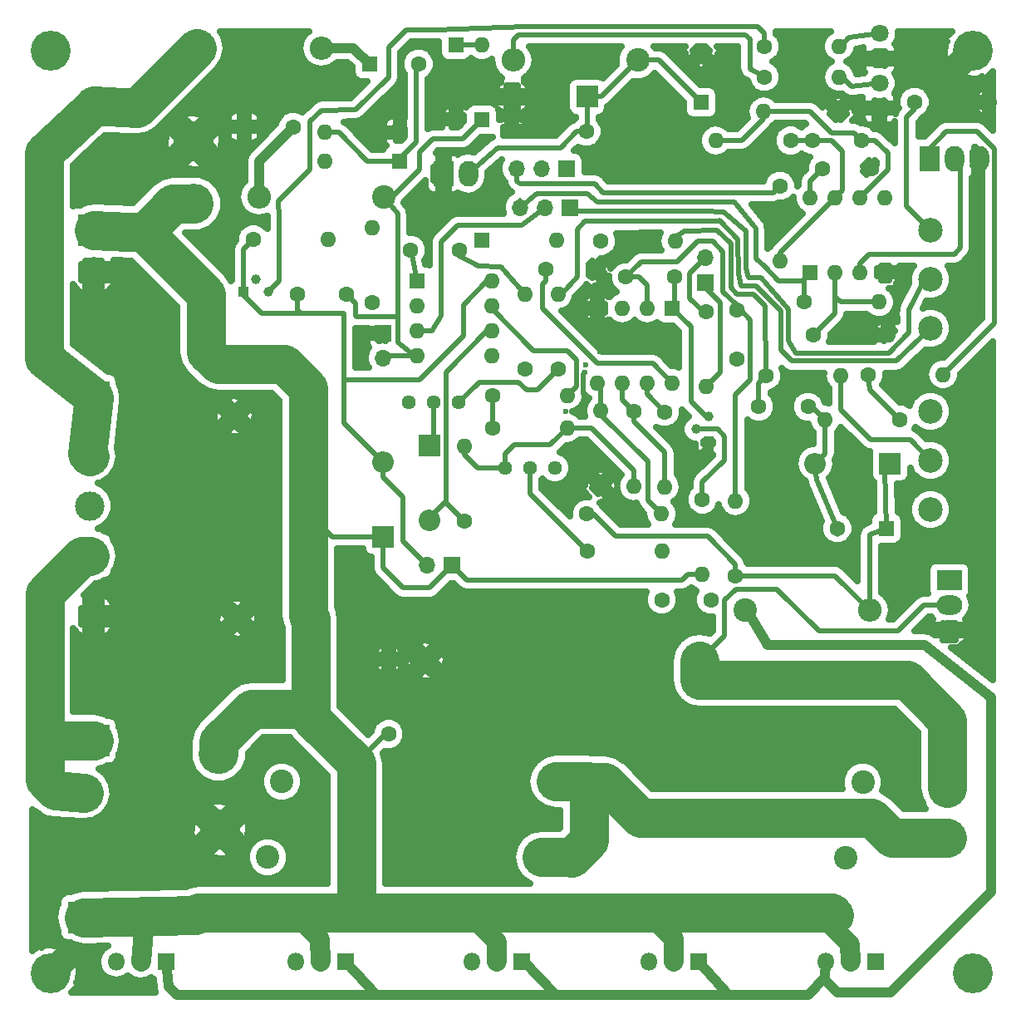
<source format=gbr>
G04 #@! TF.FileFunction,Copper,L2,Bot,Signal*
%FSLAX46Y46*%
G04 Gerber Fmt 4.6, Leading zero omitted, Abs format (unit mm)*
G04 Created by KiCad (PCBNEW 4.0.7) date 08/28/19 13:25:43*
%MOMM*%
%LPD*%
G01*
G04 APERTURE LIST*
%ADD10C,0.100000*%
%ADD11R,3.200000X3.200000*%
%ADD12O,3.200000X3.200000*%
%ADD13C,1.600000*%
%ADD14O,1.600000X1.600000*%
%ADD15R,2.000000X2.600000*%
%ADD16O,2.000000X2.600000*%
%ADD17C,1.440000*%
%ADD18C,2.400000*%
%ADD19O,2.400000X2.400000*%
%ADD20R,1.600000X1.600000*%
%ADD21R,2.200000X2.200000*%
%ADD22O,2.200000X2.200000*%
%ADD23R,1.800000X1.800000*%
%ADD24C,1.800000*%
%ADD25R,3.000000X3.000000*%
%ADD26C,3.000000*%
%ADD27C,1.000000*%
%ADD28R,1.000000X1.000000*%
%ADD29C,2.500000*%
%ADD30C,4.064000*%
%ADD31O,1.800000X1.800000*%
%ADD32R,1.700000X1.700000*%
%ADD33O,1.700000X1.700000*%
%ADD34R,2.600000X2.000000*%
%ADD35O,2.600000X2.000000*%
%ADD36R,2.400000X2.400000*%
%ADD37C,0.600000*%
%ADD38C,4.000000*%
%ADD39C,0.500000*%
%ADD40C,2.000000*%
%ADD41C,1.000000*%
%ADD42C,0.635000*%
G04 APERTURE END LIST*
D10*
D11*
X57366800Y-123296000D03*
D12*
X57366800Y-110596000D03*
D13*
X128412240Y-62169040D03*
D14*
X120792240Y-62169040D03*
D13*
X116621560Y-76083160D03*
X111621560Y-76083160D03*
D15*
X142544800Y-64008000D03*
D16*
X145084800Y-64008000D03*
X147624800Y-64008000D03*
D13*
X127330200Y-66789300D03*
D14*
X127330200Y-74409300D03*
D13*
X130733800Y-81950560D03*
D14*
X138353800Y-81950560D03*
D17*
X99314000Y-95504000D03*
X101854000Y-95504000D03*
X104394000Y-95504000D03*
D13*
X107635040Y-100203000D03*
D14*
X115255040Y-100203000D03*
D13*
X115290600Y-108940600D03*
X120290600Y-108940600D03*
X119761000Y-79629000D03*
D14*
X119761000Y-87249000D03*
D18*
X75107800Y-135178800D03*
D19*
X103047800Y-135178800D03*
D13*
X130175000Y-89268300D03*
X125175000Y-89268300D03*
X122936000Y-84455000D03*
X122936000Y-79455000D03*
X94691200Y-73314560D03*
X89691200Y-73314560D03*
D20*
X88582500Y-61341000D03*
D14*
X80962500Y-61341000D03*
D20*
X88544400Y-64274700D03*
D14*
X80924400Y-64274700D03*
D21*
X91630500Y-93218000D03*
D22*
X91630500Y-100838000D03*
D20*
X96979740Y-72280780D03*
D14*
X104599740Y-72280780D03*
D21*
X138544300Y-95059500D03*
D22*
X130924300Y-95059500D03*
D23*
X137520680Y-53812440D03*
D24*
X137520680Y-51272440D03*
D25*
X56972200Y-104460040D03*
D26*
X56972200Y-99380040D03*
X56972200Y-94300040D03*
D25*
X144373600Y-128117600D03*
D26*
X144373600Y-133197600D03*
D27*
X118745000Y-91567000D03*
X120015000Y-90297000D03*
D28*
X120015000Y-92837000D03*
D27*
X73914000Y-76301600D03*
X75184000Y-77571600D03*
D28*
X72644000Y-77571600D03*
D13*
X87439500Y-122618500D03*
D14*
X87439500Y-114998500D03*
D18*
X67894200Y-52730400D03*
D19*
X80594200Y-52730400D03*
D18*
X86944200Y-67894200D03*
D19*
X74244200Y-67894200D03*
D13*
X95186500Y-100965000D03*
D14*
X95186500Y-93345000D03*
D13*
X98044000Y-88138000D03*
D14*
X105664000Y-88138000D03*
D13*
X98044000Y-91440000D03*
D14*
X105664000Y-91440000D03*
D18*
X91211400Y-115128040D03*
D19*
X119151400Y-115128040D03*
D13*
X125907800Y-86106000D03*
D14*
X133527800Y-86106000D03*
D13*
X109077760Y-72395080D03*
D14*
X116697760Y-72395080D03*
D13*
X107721400Y-103987600D03*
D14*
X115341400Y-103987600D03*
D13*
X122796300Y-106489500D03*
D14*
X122796300Y-98869500D03*
D13*
X119405400Y-98729800D03*
D14*
X119405400Y-106349800D03*
D18*
X123748800Y-109971840D03*
D19*
X136448800Y-109971840D03*
D13*
X141046200Y-58254900D03*
D14*
X148666200Y-58254900D03*
D13*
X104729280Y-85425280D03*
D14*
X104729280Y-77805280D03*
D13*
X73660000Y-72237600D03*
D14*
X81280000Y-72237600D03*
D13*
X85801200Y-78689200D03*
D14*
X85801200Y-71069200D03*
D13*
X101335840Y-85425280D03*
D14*
X101335840Y-77805280D03*
D13*
X125730000Y-52578000D03*
D14*
X133350000Y-52578000D03*
D29*
X142684500Y-94763600D03*
X142684500Y-99763600D03*
X142684500Y-89763600D03*
X142684500Y-76285100D03*
X142684500Y-81285100D03*
X142684500Y-71285100D03*
D20*
X90302080Y-76499720D03*
D14*
X97922080Y-84119720D03*
X90302080Y-79039720D03*
X97922080Y-81579720D03*
X90302080Y-81579720D03*
X97922080Y-79039720D03*
X90302080Y-84119720D03*
X97922080Y-76499720D03*
D20*
X116332000Y-79248000D03*
D14*
X108712000Y-86868000D03*
X113792000Y-79248000D03*
X111252000Y-86868000D03*
X111252000Y-79248000D03*
X113792000Y-86868000D03*
X108712000Y-79248000D03*
X116332000Y-86868000D03*
D20*
X85496400Y-54368700D03*
D13*
X90496400Y-54368700D03*
D20*
X72732900Y-60769500D03*
D13*
X77732900Y-60769500D03*
D20*
X138163300Y-101663500D03*
D13*
X133163300Y-101663500D03*
X109082840Y-97307400D03*
D14*
X109082840Y-89687400D03*
D18*
X76555600Y-127457200D03*
D19*
X104495600Y-127457200D03*
D18*
X133985000Y-135191500D03*
D19*
X106045000Y-135191500D03*
D18*
X135763000Y-127508000D03*
D19*
X107823000Y-127508000D03*
D30*
X53000000Y-53000000D03*
X53000000Y-147000000D03*
X147000000Y-53000000D03*
X147000000Y-147000000D03*
D20*
X119303800Y-58293000D03*
D13*
X119303800Y-53293000D03*
X107599480Y-61244480D03*
D14*
X99979480Y-61244480D03*
D23*
X137464800Y-58841640D03*
D24*
X137464800Y-56301640D03*
D13*
X125740160Y-55697120D03*
D14*
X133360160Y-55697120D03*
D21*
X107680760Y-57698640D03*
D22*
X100060760Y-57698640D03*
D18*
X112826800Y-53975000D03*
D19*
X100126800Y-53975000D03*
D20*
X94300040Y-52390040D03*
D14*
X94300040Y-60010040D03*
D20*
X96951800Y-60071000D03*
D14*
X96951800Y-52451000D03*
D17*
X89471500Y-88836500D03*
X92011500Y-88836500D03*
X94551500Y-88836500D03*
D13*
X83124040Y-77784960D03*
X78124040Y-77784960D03*
D21*
X86868000Y-102565200D03*
D22*
X86868000Y-94945200D03*
D23*
X137058400Y-145796000D03*
D31*
X134518400Y-145796000D03*
X131978400Y-145796000D03*
D32*
X86893400Y-81762600D03*
D33*
X86893400Y-84302600D03*
D13*
X112430560Y-89743280D03*
D14*
X112430560Y-97363280D03*
D13*
X115595400Y-89804240D03*
D14*
X115595400Y-97424240D03*
D32*
X119725440Y-76611480D03*
D33*
X119725440Y-74071480D03*
D32*
X93929200Y-105435400D03*
D33*
X91389200Y-105435400D03*
D13*
X136682480Y-65044320D03*
X131682480Y-65044320D03*
D34*
X144576800Y-106934000D03*
D35*
X144576800Y-109474000D03*
X144576800Y-112014000D03*
D15*
X93014800Y-65532000D03*
D16*
X95554800Y-65532000D03*
D32*
X105918000Y-68999100D03*
D33*
X103378000Y-68999100D03*
X100838000Y-68999100D03*
D32*
X105587800Y-65024000D03*
D33*
X103047800Y-65024000D03*
X100507800Y-65024000D03*
D13*
X129809240Y-78623160D03*
D14*
X137429240Y-78623160D03*
D13*
X133273800Y-59207400D03*
D14*
X125653800Y-59207400D03*
D13*
X136321800Y-85994240D03*
D14*
X143941800Y-85994240D03*
D13*
X139560300Y-90614500D03*
D14*
X131940300Y-90614500D03*
D20*
X130416300Y-75590400D03*
D14*
X138036300Y-67970400D03*
X132956300Y-75590400D03*
X135496300Y-67970400D03*
X135496300Y-75590400D03*
X132956300Y-67970400D03*
X138036300Y-75590400D03*
X130416300Y-67970400D03*
D13*
X130622040Y-62138560D03*
X135622040Y-62138560D03*
X108463080Y-75300840D03*
X103463080Y-75300840D03*
D11*
X57366800Y-71296000D03*
D12*
X57366800Y-58596000D03*
D11*
X56366800Y-141296000D03*
D12*
X56366800Y-128596000D03*
D11*
X57366800Y-88296000D03*
D12*
X57366800Y-75596000D03*
D36*
X79237840Y-90246200D03*
D18*
X71737840Y-90246200D03*
D36*
X79532480Y-110871000D03*
D18*
X72032480Y-110871000D03*
D30*
X70241160Y-132379720D03*
X67558920Y-62250320D03*
X70129400Y-124668280D03*
X67589400Y-68580000D03*
D23*
X100965000Y-145770600D03*
D31*
X98425000Y-145770600D03*
X95885000Y-145770600D03*
D23*
X118999000Y-145770600D03*
D31*
X116459000Y-145770600D03*
X113919000Y-145770600D03*
D23*
X83058000Y-145770600D03*
D31*
X80518000Y-145770600D03*
X77978000Y-145770600D03*
D23*
X64770000Y-145821400D03*
D31*
X62230000Y-145821400D03*
X59690000Y-145821400D03*
D37*
X108625640Y-108966000D03*
X105044240Y-109042200D03*
X102529640Y-110606840D03*
X99974400Y-112318800D03*
X96926400Y-113157000D03*
X126126240Y-72481440D03*
X126898400Y-71506080D03*
X127822960Y-70129400D03*
X107411520Y-85755480D03*
X107543600Y-85049360D03*
X112237520Y-82453480D03*
X110337600Y-83596480D03*
X108996480Y-83682840D03*
X105531920Y-89799160D03*
X106593640Y-89743280D03*
X107320080Y-90134440D03*
X111252000Y-73050400D03*
X112552480Y-72847200D03*
X113751360Y-72562720D03*
X114848640Y-72217280D03*
X73228200Y-51435000D03*
X70789800Y-51399440D03*
X71287640Y-52501800D03*
X71551800Y-53533040D03*
X138836400Y-103555800D03*
X140665200Y-103063040D03*
X142229840Y-102986840D03*
X143830040Y-103139240D03*
X148249640Y-95824040D03*
X148437600Y-94376240D03*
X147599400Y-92776040D03*
X147411440Y-90906600D03*
X147030440Y-88737440D03*
X145963640Y-87782400D03*
X117403880Y-97485200D03*
D38*
X70129400Y-124668280D02*
X70129400Y-123383040D01*
X70129400Y-123383040D02*
X73482200Y-120030240D01*
X73482200Y-120030240D02*
X79532480Y-120030240D01*
X67589400Y-68580000D02*
X65476120Y-68580000D01*
X65476120Y-68580000D02*
X62529720Y-71526400D01*
D39*
X86868000Y-102565200D02*
X81721960Y-102565200D01*
X81721960Y-102565200D02*
X79237840Y-100081080D01*
X87439500Y-122618500D02*
X87114380Y-122618500D01*
X87114380Y-122618500D02*
X84129880Y-125603000D01*
D38*
X79532480Y-110871000D02*
X79532480Y-120030240D01*
X79532480Y-120030240D02*
X79532480Y-121005600D01*
X84129880Y-125603000D02*
X84129880Y-140817600D01*
X79532480Y-121005600D02*
X84129880Y-125603000D01*
X79237840Y-90246200D02*
X79237840Y-100081080D01*
X79237840Y-100081080D02*
X79237840Y-110576360D01*
X79237840Y-110576360D02*
X79532480Y-110871000D01*
X57366800Y-71296000D02*
X62529720Y-71526400D01*
X79237840Y-87396320D02*
X79237840Y-90246200D01*
X76779120Y-84937600D02*
X79237840Y-87396320D01*
X70073520Y-84937600D02*
X76779120Y-84937600D01*
X68844160Y-83708240D02*
X70073520Y-84937600D01*
X68844160Y-77840840D02*
X68844160Y-83708240D01*
X62529720Y-71526400D02*
X68844160Y-77840840D01*
X56366800Y-141296000D02*
X67767200Y-141097000D01*
X67767200Y-141097000D02*
X68046600Y-140817600D01*
D39*
X119405400Y-106349800D02*
X117911880Y-106349800D01*
X95443040Y-106949240D02*
X93929200Y-105435400D01*
X117312440Y-106949240D02*
X95443040Y-106949240D01*
X117911880Y-106349800D02*
X117312440Y-106949240D01*
X86868000Y-102565200D02*
X86868000Y-105689400D01*
X86868000Y-105689400D02*
X88925400Y-107746800D01*
X88925400Y-107746800D02*
X91617800Y-107746800D01*
X91617800Y-107746800D02*
X93929200Y-105435400D01*
X125740160Y-55697120D02*
X125740160Y-55646320D01*
X125740160Y-55646320D02*
X124256800Y-54864000D01*
X100126800Y-51943000D02*
X100126800Y-53975000D01*
X100698300Y-51371500D02*
X100126800Y-51943000D01*
X123812300Y-51371500D02*
X100698300Y-51371500D01*
X124256800Y-51816000D02*
X123812300Y-51371500D01*
X124256800Y-54864000D02*
X124256800Y-51816000D01*
X100126800Y-53975000D02*
X100190300Y-53975000D01*
X86868000Y-102565200D02*
X86868000Y-103380540D01*
D38*
X68046600Y-140817600D02*
X77762100Y-140817600D01*
D40*
X80518000Y-145770600D02*
X80460000Y-143515500D01*
D38*
X77762100Y-140817600D02*
X84129880Y-140817600D01*
X84129880Y-140817600D02*
X95491300Y-140817600D01*
D40*
X80460000Y-143515500D02*
X77762100Y-140817600D01*
X134518400Y-145796000D02*
X134460000Y-144048500D01*
X134460000Y-144048500D02*
X131229100Y-140817600D01*
D38*
X113830100Y-140817600D02*
X131229100Y-140817600D01*
X132562600Y-140817600D02*
X132842000Y-141097000D01*
X131229100Y-140817600D02*
X132562600Y-140817600D01*
D40*
X98425000Y-145770600D02*
X98460000Y-143786300D01*
D38*
X95491300Y-140817600D02*
X113830100Y-140817600D01*
D40*
X116460000Y-143447500D02*
X113830100Y-140817600D01*
X116459000Y-145770600D02*
X116460000Y-143447500D01*
X98460000Y-143786300D02*
X95491300Y-140817600D01*
X62230000Y-145821400D02*
X62460000Y-142645000D01*
X62460000Y-142645000D02*
X64287400Y-140817600D01*
X64287400Y-140817600D02*
X68046600Y-140817600D01*
D39*
X104094280Y-109042200D02*
X105044240Y-109042200D01*
X102529640Y-110606840D02*
X104094280Y-109042200D01*
X97764600Y-112318800D02*
X99974400Y-112318800D01*
X96926400Y-113157000D02*
X97764600Y-112318800D01*
X126126240Y-72481440D02*
X126898400Y-71709280D01*
X126898400Y-71709280D02*
X126898400Y-71506080D01*
X127822960Y-70129400D02*
X127924560Y-70027800D01*
X127924560Y-70027800D02*
X127985520Y-70027800D01*
X107243880Y-85923120D02*
X107411520Y-85755480D01*
X107320080Y-90134440D02*
X107243880Y-85923120D01*
X109082840Y-83596480D02*
X110337600Y-83596480D01*
X108996480Y-83682840D02*
X109082840Y-83596480D01*
X106928920Y-89743280D02*
X106593640Y-89743280D01*
X107320080Y-90134440D02*
X106928920Y-89743280D01*
X108463080Y-75300840D02*
X109001560Y-75300840D01*
X109001560Y-75300840D02*
X111252000Y-73050400D01*
X112552480Y-72847200D02*
X112836960Y-72562720D01*
X112836960Y-72562720D02*
X113751360Y-72562720D01*
X72732900Y-60769500D02*
X72732900Y-54714140D01*
X70789800Y-52003960D02*
X70789800Y-51399440D01*
X71287640Y-52501800D02*
X70789800Y-52003960D01*
X72732900Y-54714140D02*
X71551800Y-53533040D01*
X144576800Y-112014000D02*
X146309080Y-112014000D01*
X142153640Y-103063040D02*
X140665200Y-103063040D01*
X142229840Y-102986840D02*
X142153640Y-103063040D01*
X145735040Y-103139240D02*
X143830040Y-103139240D01*
X147523200Y-104927400D02*
X145735040Y-103139240D01*
X147523200Y-110799880D02*
X147523200Y-104927400D01*
X146309080Y-112014000D02*
X147523200Y-110799880D01*
X148249640Y-94564200D02*
X148249640Y-95824040D01*
X148437600Y-94376240D02*
X148249640Y-94564200D01*
X147599400Y-91094560D02*
X147599400Y-92776040D01*
X147411440Y-90906600D02*
X147599400Y-91094560D01*
X146918680Y-88737440D02*
X147030440Y-88737440D01*
X145963640Y-87782400D02*
X146918680Y-88737440D01*
X108712000Y-79248000D02*
X108712000Y-79375000D01*
X120015000Y-93253560D02*
X117403880Y-95864680D01*
X117403880Y-95864680D02*
X117403880Y-97485200D01*
X120015000Y-92837000D02*
X120015000Y-93253560D01*
X99979480Y-61244480D02*
X100185220Y-61244480D01*
X138036300Y-75590400D02*
X138036300Y-75402440D01*
X94642940Y-60352940D02*
X94300040Y-60010040D01*
X88582500Y-61341000D02*
X89141300Y-61341000D01*
X148666200Y-58254900D02*
X148666200Y-57810400D01*
X108574840Y-96799400D02*
X109082840Y-97307400D01*
X108712000Y-79248000D02*
X108585000Y-79248000D01*
X87439500Y-114998500D02*
X91211400Y-115128040D01*
X108712000Y-79248000D02*
X108712000Y-79527400D01*
D41*
X80594200Y-52730400D02*
X83858100Y-52730400D01*
X83858100Y-52730400D02*
X85496400Y-54368700D01*
D39*
X88544400Y-64274700D02*
X88544400Y-64008000D01*
X88544400Y-64008000D02*
X90246200Y-62306200D01*
X90246200Y-62306200D02*
X90246200Y-54618900D01*
X90246200Y-54618900D02*
X90496400Y-54368700D01*
X80962500Y-61341000D02*
X82351880Y-61341000D01*
X85285580Y-64274700D02*
X88544400Y-64274700D01*
X82351880Y-61341000D02*
X85285580Y-64274700D01*
D41*
X74244200Y-64258200D02*
X77732900Y-60769500D01*
X74244200Y-67894200D02*
X74244200Y-64258200D01*
D39*
X144576800Y-109474000D02*
X141986000Y-109474000D01*
X121691400Y-112588040D02*
X119151400Y-115128040D01*
X121691400Y-109006640D02*
X121691400Y-112588040D01*
X122834400Y-107863640D02*
X121691400Y-109006640D01*
X127025400Y-107863640D02*
X122834400Y-107863640D01*
X131292600Y-112130840D02*
X127025400Y-107863640D01*
X139329160Y-112130840D02*
X131292600Y-112130840D01*
X141986000Y-109474000D02*
X139329160Y-112130840D01*
X105664000Y-91440000D02*
X108092240Y-91440000D01*
X108092240Y-91440000D02*
X112430560Y-95778320D01*
X112430560Y-95778320D02*
X112430560Y-97363280D01*
D38*
X119151400Y-115128040D02*
X119151400Y-117139720D01*
X119151400Y-117139720D02*
X119166640Y-117124480D01*
X119166640Y-117124480D02*
X140258800Y-117124480D01*
X140258800Y-117124480D02*
X144373600Y-121239280D01*
X144373600Y-121239280D02*
X144373600Y-128117600D01*
D39*
X130175000Y-89268300D02*
X130594100Y-89268300D01*
X130594100Y-89268300D02*
X131940300Y-90614500D01*
X131940300Y-90614500D02*
X131940300Y-94043500D01*
X131940300Y-94043500D02*
X130924300Y-95059500D01*
X130175000Y-89268300D02*
X130683000Y-89141300D01*
X130924300Y-95059500D02*
X130924300Y-95506540D01*
X130924300Y-95506540D02*
X131064000Y-96659700D01*
X131064000Y-96659700D02*
X133163300Y-101663500D01*
X99314000Y-95504000D02*
X99314000Y-94091760D01*
X103921560Y-93182440D02*
X105664000Y-91440000D01*
X100223320Y-93182440D02*
X103921560Y-93182440D01*
X99314000Y-94091760D02*
X100223320Y-93182440D01*
X95186500Y-93345000D02*
X95186500Y-94180660D01*
X96509840Y-95504000D02*
X99314000Y-95504000D01*
X95186500Y-94180660D02*
X96509840Y-95504000D01*
X130924300Y-95059500D02*
X130924300Y-95377000D01*
X133163300Y-101663500D02*
X133163300Y-102251500D01*
X105664000Y-91440000D02*
X105664000Y-91602560D01*
X133163300Y-101917500D02*
X133286500Y-101917500D01*
X133163300Y-101917500D02*
X133163300Y-101710500D01*
X125175000Y-89268300D02*
X125175000Y-86838800D01*
X125175000Y-86838800D02*
X125907800Y-86106000D01*
X125907800Y-86106000D02*
X126368800Y-86106000D01*
X116697760Y-72395080D02*
X116697760Y-71937880D01*
X116697760Y-71937880D02*
X117627400Y-71358760D01*
X117627400Y-71358760D02*
X120929400Y-71323200D01*
X125780800Y-78994000D02*
X125907800Y-86106000D01*
X124587000Y-77800200D02*
X125780800Y-78994000D01*
X122948700Y-77800200D02*
X124587000Y-77800200D01*
X122301000Y-77152500D02*
X122948700Y-77800200D01*
X122301000Y-72694800D02*
X122301000Y-77152500D01*
X120909080Y-71302880D02*
X120929400Y-71323200D01*
X120929400Y-71323200D02*
X122301000Y-72694800D01*
X125907800Y-86106000D02*
X125907800Y-86144100D01*
D38*
X107823000Y-127508000D02*
X107823000Y-133413500D01*
X107823000Y-133413500D02*
X106045000Y-135191500D01*
X103047800Y-135178800D02*
X106032300Y-135178800D01*
X106032300Y-135178800D02*
X106045000Y-135191500D01*
X104495600Y-127457200D02*
X107772200Y-127457200D01*
X107772200Y-127457200D02*
X107823000Y-127508000D01*
X107823000Y-127508000D02*
X109458760Y-127508000D01*
X138729720Y-133197600D02*
X144373600Y-133197600D01*
X136682480Y-131150360D02*
X138729720Y-133197600D01*
X113101120Y-131150360D02*
X136682480Y-131150360D01*
X109458760Y-127508000D02*
X113101120Y-131150360D01*
D39*
X122796300Y-106489500D02*
X132966460Y-106489500D01*
X132966460Y-106489500D02*
X136448800Y-109971840D01*
X107635040Y-100203000D02*
X108305600Y-100203000D01*
X108305600Y-100203000D02*
X110591600Y-102489000D01*
X110591600Y-102489000D02*
X119964200Y-102489000D01*
X119964200Y-102489000D02*
X122796300Y-105321100D01*
X122796300Y-105321100D02*
X122796300Y-106489500D01*
X136448800Y-109971840D02*
X136448800Y-102323900D01*
X136448800Y-102323900D02*
X138163300Y-101663500D01*
X136652000Y-109768640D02*
X136448800Y-109971840D01*
X136652000Y-109768640D02*
X136448800Y-109971840D01*
X138163300Y-101663500D02*
X138036300Y-95567500D01*
X138036300Y-95567500D02*
X138544300Y-95059500D01*
X136448800Y-109971840D02*
X136499600Y-109971840D01*
X122936000Y-79455000D02*
X123351280Y-79455000D01*
X123351280Y-79455000D02*
X124322840Y-80426560D01*
X124322840Y-86563200D02*
X122796300Y-88089740D01*
X122796300Y-88089740D02*
X122796300Y-98869500D01*
X124322840Y-80426560D02*
X124322840Y-86563200D01*
X122936000Y-79455000D02*
X122936000Y-78958440D01*
X122936000Y-78958440D02*
X121513600Y-77536040D01*
X113160800Y-74543920D02*
X111621560Y-76083160D01*
X116850160Y-74543920D02*
X113160800Y-74543920D01*
X118973600Y-72420480D02*
X116850160Y-74543920D01*
X120451880Y-72420480D02*
X118973600Y-72420480D01*
X121513600Y-73482200D02*
X120451880Y-72420480D01*
X121513600Y-77536040D02*
X121513600Y-73482200D01*
X111621560Y-76083160D02*
X112963960Y-76083160D01*
X113792000Y-76911200D02*
X113792000Y-79248000D01*
X112963960Y-76083160D02*
X113792000Y-76911200D01*
X122936000Y-79455000D02*
X122936000Y-79730600D01*
X115341400Y-103987600D02*
X115824000Y-103987600D01*
X113792000Y-79248000D02*
X113792000Y-78778100D01*
X94691200Y-73314560D02*
X94691200Y-73959720D01*
X94691200Y-73959720D02*
X96621600Y-74980800D01*
X96621600Y-74980800D02*
X98877120Y-75021440D01*
X98877120Y-75021440D02*
X101335840Y-77805280D01*
X94919800Y-73085960D02*
X94691200Y-73314560D01*
X94691200Y-73314560D02*
X94615000Y-73314560D01*
X90302080Y-76499720D02*
X89743280Y-73366640D01*
X89743280Y-73366640D02*
X89691200Y-73314560D01*
X89743280Y-73366640D02*
X89691200Y-73314560D01*
X116621560Y-76083160D02*
X116621560Y-78958440D01*
X116621560Y-78958440D02*
X116332000Y-79248000D01*
X120015000Y-90297000D02*
X119761000Y-90297000D01*
X119761000Y-90297000D02*
X118237000Y-88773000D01*
X118237000Y-88773000D02*
X118237000Y-81153000D01*
X118237000Y-81153000D02*
X116332000Y-79248000D01*
D38*
X57366800Y-58596000D02*
X57366800Y-58656960D01*
X57366800Y-58656960D02*
X52313840Y-63403480D01*
X52313840Y-84333080D02*
X57366800Y-88296000D01*
X52313840Y-63403480D02*
X52313840Y-84333080D01*
X57366800Y-58596000D02*
X61798200Y-58826400D01*
X61798200Y-58826400D02*
X67894200Y-52730400D01*
X57366800Y-88296000D02*
X56718200Y-94046040D01*
X56718200Y-94046040D02*
X56972200Y-94300040D01*
D39*
X92011500Y-88836500D02*
X92011500Y-92837000D01*
X92011500Y-92837000D02*
X91630500Y-93218000D01*
X97922080Y-79039720D02*
X97922080Y-79288640D01*
X97922080Y-79288640D02*
X102204520Y-83571080D01*
X106563160Y-87238840D02*
X105664000Y-88138000D01*
X106563160Y-84490560D02*
X106563160Y-87238840D01*
X105643680Y-83571080D02*
X106563160Y-84490560D01*
X102204520Y-83571080D02*
X105643680Y-83571080D01*
X105410000Y-87884000D02*
X105664000Y-88138000D01*
X91630500Y-100838000D02*
X91630500Y-100584000D01*
X91630500Y-100584000D02*
X93281500Y-98933000D01*
X97922080Y-81579720D02*
X97490280Y-81579720D01*
X97490280Y-81579720D02*
X93281500Y-85788500D01*
X93281500Y-85788500D02*
X93281500Y-98933000D01*
X93281500Y-98933000D02*
X93281500Y-99060000D01*
X93281500Y-99060000D02*
X95186500Y-100965000D01*
X111252000Y-79248000D02*
X111252000Y-78999080D01*
X133350000Y-52578000D02*
X133477000Y-52578000D01*
X133477000Y-52578000D02*
X134366000Y-51689000D01*
X134366000Y-51689000D02*
X137520680Y-51272440D01*
X133858000Y-52070000D02*
X133350000Y-52578000D01*
X137063480Y-51729640D02*
X137520680Y-51272440D01*
X83485929Y-59044732D02*
X84063948Y-59044732D01*
X89214960Y-50906680D02*
X92288360Y-50906680D01*
X87426800Y-52694840D02*
X89214960Y-50906680D01*
X87426800Y-55681880D02*
X87426800Y-52694840D01*
X84063948Y-59044732D02*
X87426800Y-55681880D01*
X81000765Y-59077619D02*
X80566501Y-59077619D01*
X76198510Y-68357910D02*
X76198510Y-68357904D01*
X79435960Y-65120520D02*
X76198510Y-68357910D01*
X79435960Y-60208160D02*
X79435960Y-65120520D01*
X80566501Y-59077619D02*
X79435960Y-60208160D01*
X76276200Y-70053200D02*
X76198510Y-68357904D01*
X76276200Y-70053200D02*
X76276200Y-76479400D01*
X76276200Y-76479400D02*
X75184000Y-77571600D01*
X83485929Y-59044732D02*
X81000765Y-59077619D01*
X92288360Y-50906680D02*
X101333300Y-50596800D01*
X101333300Y-50596800D02*
X125069600Y-50596800D01*
X125730000Y-51257200D02*
X125730000Y-52578000D01*
X125069600Y-50596800D02*
X125730000Y-51257200D01*
X101333300Y-50596800D02*
X101422200Y-50596800D01*
X125730000Y-52578000D02*
X125476000Y-52578000D01*
X75184000Y-77571600D02*
X75387200Y-77571600D01*
X98044000Y-88138000D02*
X98044000Y-91440000D01*
X97922080Y-88016080D02*
X98044000Y-88138000D01*
X133527800Y-86106000D02*
X133527800Y-89623900D01*
X140592800Y-92671900D02*
X142684500Y-94763600D01*
X136575800Y-92671900D02*
X140592800Y-92671900D01*
X133527800Y-89623900D02*
X136575800Y-92671900D01*
X143412200Y-94763600D02*
X142684500Y-94763600D01*
X142684500Y-94763600D02*
X142684500Y-94399100D01*
D41*
X118999000Y-145770600D02*
X118999000Y-145847000D01*
X118999000Y-145847000D02*
X122097800Y-149174200D01*
X100965000Y-145770600D02*
X101235600Y-145770600D01*
X101235600Y-145770600D02*
X104444800Y-149174200D01*
X83058000Y-145770600D02*
X83091400Y-145770600D01*
X83091400Y-145770600D02*
X86207600Y-149174200D01*
X131978400Y-145796000D02*
X131920000Y-147429200D01*
X65000000Y-148337400D02*
X64770000Y-145821400D01*
X65836800Y-149174200D02*
X65000000Y-148337400D01*
X130175000Y-149174200D02*
X122097800Y-149174200D01*
X122097800Y-149174200D02*
X104444800Y-149174200D01*
X104444800Y-149174200D02*
X86207600Y-149174200D01*
X86207600Y-149174200D02*
X65836800Y-149174200D01*
X131920000Y-147429200D02*
X130175000Y-149174200D01*
X123748800Y-109971840D02*
X123941840Y-109971840D01*
X123941840Y-109971840D02*
X126095760Y-113573560D01*
X131920000Y-147668000D02*
X131978400Y-145796000D01*
X133159500Y-148907500D02*
X131920000Y-147668000D01*
X138620500Y-148907500D02*
X133159500Y-148907500D01*
X148844000Y-138684000D02*
X138620500Y-148907500D01*
X148844000Y-118872000D02*
X148844000Y-138684000D01*
X142097760Y-113573560D02*
X148844000Y-118872000D01*
X126095760Y-113573560D02*
X142097760Y-113573560D01*
D39*
X141046200Y-58254900D02*
X141046200Y-58948320D01*
X141046200Y-58948320D02*
X140233400Y-59761120D01*
X140233400Y-59761120D02*
X140233400Y-68834000D01*
X140233400Y-68834000D02*
X142684500Y-71285100D01*
X142684500Y-71285100D02*
X141884400Y-71285100D01*
X137607040Y-84632800D02*
X139209800Y-84632800D01*
X137607040Y-84632800D02*
X128488440Y-84632800D01*
X128488440Y-84632800D02*
X127386080Y-83530440D01*
X121229120Y-70368160D02*
X123057920Y-72196960D01*
X127386080Y-83530440D02*
X127386080Y-79491840D01*
X127386080Y-79491840D02*
X124863860Y-76969620D01*
X124863860Y-76969620D02*
X123377960Y-76969620D01*
X123377960Y-76969620D02*
X123101100Y-75742800D01*
X123101100Y-75742800D02*
X123057920Y-72196960D01*
X139209800Y-84632800D02*
X142684500Y-81285100D01*
X106680000Y-71247000D02*
X106680000Y-71208900D01*
X106680000Y-71208900D02*
X107480100Y-70408800D01*
X107480100Y-70408800D02*
X121229120Y-70368160D01*
X105084880Y-77805280D02*
X106680000Y-76047600D01*
X106680000Y-76047600D02*
X106680000Y-71247000D01*
X104729280Y-77805280D02*
X105084880Y-77805280D01*
X142684500Y-81285100D02*
X142298400Y-81285100D01*
X121114820Y-70253860D02*
X121229120Y-70368160D01*
X109082840Y-89687400D02*
X109082840Y-90058240D01*
X109082840Y-90058240D02*
X113858040Y-94833440D01*
X113858040Y-98806000D02*
X115255040Y-100203000D01*
X113858040Y-94833440D02*
X113858040Y-98806000D01*
X109082840Y-89687400D02*
X109082840Y-87238840D01*
X109082840Y-87238840D02*
X108712000Y-86868000D01*
X108712000Y-86868000D02*
X108216700Y-86868000D01*
X113792000Y-86868000D02*
X113792000Y-88000840D01*
X113792000Y-88000840D02*
X115595400Y-89804240D01*
X107680760Y-57698640D02*
X107680760Y-61163200D01*
X107680760Y-61163200D02*
X107599480Y-61244480D01*
X107599480Y-61244480D02*
X106619040Y-61244480D01*
X98513900Y-62892940D02*
X95554800Y-65532000D01*
X104970580Y-62892940D02*
X98513900Y-62892940D01*
X106619040Y-61244480D02*
X104970580Y-62892940D01*
X112826800Y-53975000D02*
X114985800Y-53975000D01*
X114985800Y-53975000D02*
X119303800Y-58293000D01*
X107680760Y-57698640D02*
X109103160Y-57698640D01*
X109103160Y-57698640D02*
X112826800Y-53975000D01*
X133644640Y-55697120D02*
X134614920Y-56667400D01*
X134614920Y-56667400D02*
X137464800Y-56301640D01*
X133360160Y-55697120D02*
X133644640Y-55697120D01*
X94300040Y-52390040D02*
X96951800Y-52451000D01*
X101854000Y-95504000D02*
X101854000Y-98120200D01*
X101854000Y-98120200D02*
X107721400Y-103987600D01*
X94551500Y-88836500D02*
X94592140Y-88836500D01*
X94592140Y-88836500D02*
X96672400Y-86756240D01*
X96672400Y-86756240D02*
X100670360Y-86756240D01*
X100670360Y-86756240D02*
X101478080Y-87563960D01*
X101478080Y-87563960D02*
X102590600Y-87563960D01*
X102590600Y-87563960D02*
X104729280Y-85425280D01*
X104729280Y-85425280D02*
X104729280Y-85171280D01*
X103463080Y-75300840D02*
X103463080Y-76445120D01*
X114350800Y-84886800D02*
X116332000Y-86868000D01*
X108737400Y-84886800D02*
X114350800Y-84886800D01*
X103098600Y-79248000D02*
X108737400Y-84886800D01*
X103098600Y-76809600D02*
X103098600Y-79248000D01*
X103463080Y-76445120D02*
X103098600Y-76809600D01*
X78124040Y-77784960D02*
X78124040Y-79465160D01*
X78124040Y-79465160D02*
X78465680Y-79806800D01*
X130416300Y-67970400D02*
X130416300Y-66310500D01*
X130416300Y-66310500D02*
X131682480Y-65044320D01*
X86868000Y-94945200D02*
X86868000Y-96469200D01*
X88900000Y-102946200D02*
X91389200Y-105435400D01*
X88900000Y-98501200D02*
X88900000Y-102946200D01*
X86868000Y-96469200D02*
X88900000Y-98501200D01*
X72644000Y-77571600D02*
X72644000Y-77927200D01*
X72644000Y-77927200D02*
X74523600Y-79806800D01*
X74523600Y-79806800D02*
X78465680Y-79806800D01*
X78465680Y-79806800D02*
X82876400Y-79806800D01*
X97922080Y-76499720D02*
X97490280Y-76499720D01*
X97490280Y-76499720D02*
X95046800Y-78943200D01*
X90627200Y-86512400D02*
X82876400Y-86512400D01*
X95046800Y-82092800D02*
X90627200Y-86512400D01*
X95046800Y-78943200D02*
X95046800Y-82092800D01*
X82876400Y-79806800D02*
X82876400Y-86512400D01*
X82876400Y-86512400D02*
X82876400Y-90953600D01*
X82876400Y-90953600D02*
X86868000Y-94945200D01*
X72644000Y-77571600D02*
X72644000Y-73253600D01*
X72644000Y-73253600D02*
X73660000Y-72237600D01*
X72644000Y-77571600D02*
X72644000Y-77393800D01*
X97922080Y-76499720D02*
X97426780Y-76499720D01*
X112430560Y-89743280D02*
X112430560Y-90749120D01*
X115595400Y-93913960D02*
X115595400Y-97424240D01*
X112430560Y-90749120D02*
X115595400Y-93913960D01*
X111252000Y-86868000D02*
X111252000Y-88564720D01*
X111252000Y-88564720D02*
X112430560Y-89743280D01*
X111252000Y-86868000D02*
X111658400Y-87109300D01*
X118745000Y-91567000D02*
X120954800Y-91567000D01*
X119405400Y-96977200D02*
X119405400Y-98729800D01*
X121666000Y-94716600D02*
X119405400Y-96977200D01*
X121666000Y-92278200D02*
X121666000Y-94716600D01*
X120954800Y-91567000D02*
X121666000Y-92278200D01*
X119725440Y-77144880D02*
X121234200Y-78653640D01*
X121234200Y-85775800D02*
X119761000Y-87249000D01*
X121234200Y-78653640D02*
X121234200Y-85775800D01*
X119725440Y-76611480D02*
X119725440Y-77144880D01*
X142544800Y-64008000D02*
X142544800Y-62966600D01*
X142544800Y-62966600D02*
X144246600Y-61264800D01*
X144246600Y-61264800D02*
X147411440Y-61264800D01*
X147411440Y-61264800D02*
X149143720Y-62997080D01*
X149143720Y-62997080D02*
X149143720Y-80792320D01*
X149143720Y-80792320D02*
X143941800Y-85994240D01*
X142656560Y-64287400D02*
X142656560Y-63769240D01*
X135496300Y-75590400D02*
X135496300Y-74663300D01*
X145694400Y-73116440D02*
X145694400Y-64617600D01*
X145084800Y-73726040D02*
X145694400Y-73116440D01*
X136433560Y-73726040D02*
X145084800Y-73726040D01*
X135496300Y-74663300D02*
X136433560Y-73726040D01*
X145694400Y-64617600D02*
X145084800Y-64008000D01*
X135496300Y-75590400D02*
X135496300Y-75247500D01*
X119595900Y-69380100D02*
X106299000Y-69380100D01*
X106299000Y-69380100D02*
X105918000Y-68999100D01*
X142684500Y-76285100D02*
X142040600Y-76285100D01*
X142040600Y-76285100D02*
X140432540Y-79424376D01*
X123885960Y-75176380D02*
X123885960Y-71366380D01*
X124134880Y-76151740D02*
X123885960Y-75176380D01*
X125354080Y-76151740D02*
X124134880Y-76151740D01*
X128214120Y-79375000D02*
X125354080Y-76151740D01*
X128214120Y-82537300D02*
X128214120Y-79375000D01*
X128919197Y-83824835D02*
X128214120Y-82537300D01*
X138424973Y-83805671D02*
X128919197Y-83824835D01*
X140499287Y-81751307D02*
X138424973Y-83805671D01*
X140432540Y-79424376D02*
X140499287Y-81751307D01*
X121554240Y-69413120D02*
X123885960Y-71366380D01*
X119519700Y-69380100D02*
X119595900Y-69380100D01*
X119595900Y-69380100D02*
X121554240Y-69413120D01*
X142684500Y-76285100D02*
X142198100Y-76285100D01*
X98450400Y-70827900D02*
X100977700Y-70827900D01*
X100977700Y-70827900D02*
X103378000Y-68999100D01*
X91902280Y-81579720D02*
X92801440Y-79982060D01*
X92801440Y-79982060D02*
X92801440Y-72476360D01*
X91902280Y-81579720D02*
X90302080Y-81579720D01*
X98679000Y-70827900D02*
X98450400Y-70827900D01*
X98450400Y-70827900D02*
X94449900Y-70827900D01*
X94449900Y-70827900D02*
X92801440Y-72476360D01*
X124848620Y-74168000D02*
X124886720Y-74168000D01*
X124886720Y-74168000D02*
X125785880Y-75067160D01*
X129809240Y-76443840D02*
X127162560Y-76443840D01*
X108668820Y-68397120D02*
X107668060Y-67564000D01*
X107668060Y-67564000D02*
X102511860Y-67564000D01*
X102511860Y-67564000D02*
X100838000Y-68999100D01*
X119974360Y-68397120D02*
X122656600Y-68397120D01*
X124848620Y-71098656D02*
X122656600Y-68397120D01*
X119974360Y-68397120D02*
X108668820Y-68397120D01*
X124848620Y-74168000D02*
X124848620Y-71098656D01*
X127162560Y-76443840D02*
X125785880Y-75067160D01*
X129809240Y-78623160D02*
X129809240Y-76443840D01*
X129809240Y-76443840D02*
X129809240Y-76197460D01*
X129809240Y-76197460D02*
X130416300Y-75590400D01*
X129809240Y-78623160D02*
X129418080Y-78623160D01*
X100838000Y-68999100D02*
X100838000Y-68267580D01*
X100507800Y-65024000D02*
X100507800Y-66281300D01*
X126644400Y-67475100D02*
X127330200Y-66789300D01*
X109329220Y-67475100D02*
X126644400Y-67475100D01*
X108435140Y-66581020D02*
X109329220Y-67475100D01*
X100807520Y-66581020D02*
X108435140Y-66581020D01*
X100507800Y-66281300D02*
X100807520Y-66581020D01*
X100507800Y-65024000D02*
X100609400Y-65024000D01*
X100507800Y-65024000D02*
X100507800Y-65191640D01*
X100507800Y-65024000D02*
X100507800Y-65151000D01*
X136321800Y-85994240D02*
X136512300Y-87566500D01*
X136512300Y-87566500D02*
X139560300Y-90614500D01*
X109077760Y-72395080D02*
X109077760Y-72725280D01*
X137429240Y-78623160D02*
X133497320Y-78623160D01*
X133497320Y-78623160D02*
X132956300Y-78082140D01*
X132956300Y-75590400D02*
X132956300Y-78082140D01*
X132956300Y-78082140D02*
X132956300Y-79728060D01*
X132956300Y-79728060D02*
X130733800Y-81950560D01*
X130622040Y-62138560D02*
X128442720Y-62138560D01*
X128442720Y-62138560D02*
X128412240Y-62169040D01*
X130622040Y-62138560D02*
X132603240Y-62138560D01*
X133720840Y-67205860D02*
X132956300Y-67970400D01*
X133720840Y-63256160D02*
X133720840Y-67205860D01*
X132603240Y-62138560D02*
X133720840Y-63256160D01*
X127330200Y-74409300D02*
X127330200Y-73596500D01*
X127330200Y-73596500D02*
X132956300Y-67970400D01*
X132956300Y-67970400D02*
X132671820Y-67970400D01*
X135622040Y-62138560D02*
X137017760Y-62138560D01*
X138318240Y-65148460D02*
X135496300Y-67970400D01*
X138318240Y-63439040D02*
X138318240Y-65148460D01*
X137017760Y-62138560D02*
X138318240Y-63439040D01*
X125653800Y-59207400D02*
X130398520Y-59207400D01*
X134839720Y-61356240D02*
X135622040Y-62138560D01*
X132547360Y-61356240D02*
X134839720Y-61356240D01*
X130398520Y-59207400D02*
X132547360Y-61356240D01*
X120792240Y-62169040D02*
X123438920Y-62169040D01*
X123438920Y-62169040D02*
X125653800Y-59954160D01*
X125653800Y-59954160D02*
X125653800Y-59207400D01*
X135496300Y-67970400D02*
X135430260Y-67970400D01*
X90302080Y-84119720D02*
X87076280Y-84119720D01*
X87076280Y-84119720D02*
X86893400Y-84302600D01*
X86944200Y-67894200D02*
X87817960Y-67894200D01*
X87817960Y-67894200D02*
X90611960Y-65100200D01*
X95021400Y-62001400D02*
X96951800Y-60071000D01*
X91978480Y-62001400D02*
X95021400Y-62001400D01*
X90611960Y-63367920D02*
X91978480Y-62001400D01*
X90611960Y-65100200D02*
X90611960Y-63367920D01*
X88353900Y-80081120D02*
X84124800Y-80081120D01*
X84084160Y-78745080D02*
X83124040Y-77784960D01*
X84084160Y-80040480D02*
X84084160Y-78745080D01*
X84124800Y-80081120D02*
X84084160Y-80040480D01*
X119552720Y-79629000D02*
X118130320Y-78206600D01*
X118130320Y-78206600D02*
X118130320Y-75666600D01*
X118130320Y-75666600D02*
X119725440Y-74071480D01*
X119761000Y-79629000D02*
X119552720Y-79629000D01*
X90302080Y-84119720D02*
X90088720Y-84119720D01*
X90088720Y-84119720D02*
X88353900Y-82727800D01*
X88353900Y-69646800D02*
X86944200Y-67894200D01*
X88353900Y-82727800D02*
X88353900Y-80081120D01*
X88353900Y-80081120D02*
X88353900Y-69646800D01*
X90525600Y-84343240D02*
X90302080Y-84119720D01*
D38*
X57366800Y-123296000D02*
X52366800Y-123296000D01*
X56972200Y-104460040D02*
X56202760Y-104460040D01*
X56202760Y-104460040D02*
X52366800Y-108296000D01*
X52366800Y-108296000D02*
X52366800Y-123296000D01*
X52366800Y-123296000D02*
X52366800Y-127296000D01*
X52366800Y-127296000D02*
X53467800Y-128397000D01*
X53467800Y-128397000D02*
X56366800Y-128596000D01*
D42*
G36*
X61252704Y-74424850D02*
X65891660Y-79063806D01*
X65891660Y-83708240D01*
X66116406Y-84838113D01*
X66731679Y-85758935D01*
X66756427Y-85795973D01*
X67985785Y-87025330D01*
X67985787Y-87025333D01*
X68575625Y-87419450D01*
X68943648Y-87665355D01*
X70073520Y-87890101D01*
X70073525Y-87890100D01*
X75556154Y-87890100D01*
X76285340Y-88619286D01*
X76285340Y-110576360D01*
X76510086Y-111706233D01*
X76579980Y-111810837D01*
X76579980Y-117077740D01*
X73482200Y-117077740D01*
X72352327Y-117302486D01*
X71394467Y-117942507D01*
X68041667Y-121295307D01*
X67401646Y-122253167D01*
X67176900Y-123383040D01*
X67176900Y-123996207D01*
X67145419Y-124072022D01*
X67144383Y-125259329D01*
X67597789Y-126356655D01*
X68436609Y-127196941D01*
X69533142Y-127652261D01*
X70720449Y-127653297D01*
X71817775Y-127199891D01*
X72658061Y-126361071D01*
X73113381Y-125264538D01*
X73113984Y-124573922D01*
X74705166Y-122982740D01*
X77370851Y-122982740D01*
X77444747Y-123093333D01*
X81177380Y-126825965D01*
X81177380Y-137865100D01*
X68046600Y-137865100D01*
X66916727Y-138089846D01*
X66810614Y-138160748D01*
X56315270Y-138343950D01*
X55189492Y-138588381D01*
X54992787Y-138724840D01*
X54766800Y-138724840D01*
X54413825Y-138791257D01*
X54089638Y-138999865D01*
X53872154Y-139318164D01*
X53795640Y-139696000D01*
X53795640Y-139940441D01*
X53619742Y-140213906D01*
X53414750Y-141347530D01*
X53659181Y-142473308D01*
X53795640Y-142670013D01*
X53795640Y-142896000D01*
X53862057Y-143248975D01*
X54070665Y-143573162D01*
X54388964Y-143790646D01*
X54766800Y-143867160D01*
X55011241Y-143867160D01*
X55284706Y-144043058D01*
X56418330Y-144248050D01*
X58800276Y-144206472D01*
X58343792Y-144511485D01*
X57942220Y-145112479D01*
X57801207Y-145821400D01*
X57942220Y-146530321D01*
X58343792Y-147131315D01*
X58944786Y-147532887D01*
X59653707Y-147673900D01*
X59726293Y-147673900D01*
X60435214Y-147532887D01*
X60906515Y-147217973D01*
X61354486Y-147566603D01*
X62088991Y-147768801D01*
X62844962Y-147674527D01*
X63245023Y-147447182D01*
X63474391Y-147603902D01*
X63553531Y-148469629D01*
X63615459Y-148679054D01*
X63658065Y-148893247D01*
X63695256Y-148948907D01*
X63701788Y-148971000D01*
X55140489Y-148971000D01*
X55891900Y-148219589D01*
X55618622Y-147946311D01*
X55806283Y-147783039D01*
X55892324Y-146649515D01*
X55806283Y-146216961D01*
X55492705Y-145944136D01*
X54436841Y-147000000D01*
X54568717Y-147131876D01*
X53131876Y-148568717D01*
X53000000Y-148436841D01*
X52868125Y-148568717D01*
X51431284Y-147131876D01*
X51563159Y-147000000D01*
X51431284Y-146868125D01*
X52868125Y-145431284D01*
X53000000Y-145563159D01*
X54055864Y-144507295D01*
X53783039Y-144193717D01*
X52649515Y-144107676D01*
X52216961Y-144193717D01*
X52053689Y-144381378D01*
X51780411Y-144108100D01*
X51168300Y-144720211D01*
X51168300Y-135605080D01*
X72954927Y-135605080D01*
X73281935Y-136396500D01*
X73886915Y-137002537D01*
X74677763Y-137330926D01*
X75534080Y-137331673D01*
X76325500Y-137004665D01*
X76931537Y-136399685D01*
X77259926Y-135608837D01*
X77260673Y-134752520D01*
X76933665Y-133961100D01*
X76328685Y-133355063D01*
X75537837Y-133026674D01*
X74681520Y-133025927D01*
X73890100Y-133352935D01*
X73284063Y-133957915D01*
X72955674Y-134748763D01*
X72954927Y-135605080D01*
X51168300Y-135605080D01*
X51168300Y-134872425D01*
X69185296Y-134872425D01*
X69458121Y-135186003D01*
X70591645Y-135272044D01*
X71024199Y-135186003D01*
X71297024Y-134872425D01*
X70241160Y-133816561D01*
X69185296Y-134872425D01*
X51168300Y-134872425D01*
X51168300Y-132730205D01*
X67348836Y-132730205D01*
X67434877Y-133162759D01*
X67748455Y-133435584D01*
X68804319Y-132379720D01*
X71678001Y-132379720D01*
X72733865Y-133435584D01*
X73047443Y-133162759D01*
X73133484Y-132029235D01*
X73047443Y-131596681D01*
X72733865Y-131323856D01*
X71678001Y-132379720D01*
X68804319Y-132379720D01*
X67748455Y-131323856D01*
X67434877Y-131596681D01*
X67348836Y-132730205D01*
X51168300Y-132730205D01*
X51168300Y-130272966D01*
X51380067Y-130484733D01*
X51776453Y-130749590D01*
X52153774Y-131040973D01*
X52252701Y-131067808D01*
X52337927Y-131124754D01*
X52805498Y-131217760D01*
X53265603Y-131342568D01*
X56164603Y-131541568D01*
X57307215Y-131394727D01*
X58306657Y-130821806D01*
X59010773Y-129910026D01*
X59017014Y-129887015D01*
X69185296Y-129887015D01*
X70241160Y-130942879D01*
X71297024Y-129887015D01*
X71024199Y-129573437D01*
X69890675Y-129487396D01*
X69458121Y-129573437D01*
X69185296Y-129887015D01*
X59017014Y-129887015D01*
X59312368Y-128798197D01*
X59194815Y-127883480D01*
X74402727Y-127883480D01*
X74729735Y-128674900D01*
X75334715Y-129280937D01*
X76125563Y-129609326D01*
X76981880Y-129610073D01*
X77773300Y-129283065D01*
X78379337Y-128678085D01*
X78707726Y-127887237D01*
X78708473Y-127030920D01*
X78381465Y-126239500D01*
X77776485Y-125633463D01*
X76985637Y-125305074D01*
X76129320Y-125304327D01*
X75337900Y-125631335D01*
X74731863Y-126236315D01*
X74403474Y-127027163D01*
X74402727Y-127883480D01*
X59194815Y-127883480D01*
X59165527Y-127655585D01*
X58592606Y-126656143D01*
X57921786Y-126138106D01*
X58496673Y-126023754D01*
X58731033Y-125867160D01*
X58966800Y-125867160D01*
X59319775Y-125800743D01*
X59643962Y-125592135D01*
X59861446Y-125273836D01*
X59937960Y-124896000D01*
X59937960Y-124660233D01*
X60094554Y-124425873D01*
X60319300Y-123296000D01*
X60094554Y-122166127D01*
X59937960Y-121931767D01*
X59937960Y-121696000D01*
X59871543Y-121343025D01*
X59662935Y-121018838D01*
X59344636Y-120801354D01*
X58966800Y-120724840D01*
X58731033Y-120724840D01*
X58496673Y-120568246D01*
X57366800Y-120343500D01*
X55319300Y-120343500D01*
X55319300Y-111852255D01*
X55832415Y-112474535D01*
X56218450Y-112732433D01*
X56566800Y-112665907D01*
X56566800Y-111396000D01*
X58166800Y-111396000D01*
X58166800Y-112665907D01*
X58515150Y-112732433D01*
X58804266Y-112539283D01*
X71212725Y-112539283D01*
X71356367Y-112822370D01*
X72154590Y-112932568D01*
X72708593Y-112822370D01*
X72852235Y-112539283D01*
X72032480Y-111719528D01*
X71212725Y-112539283D01*
X58804266Y-112539283D01*
X58901185Y-112474535D01*
X59503271Y-111744356D01*
X59450235Y-111396000D01*
X58166800Y-111396000D01*
X56566800Y-111396000D01*
X56164300Y-111396000D01*
X56164300Y-110993110D01*
X69970912Y-110993110D01*
X70081110Y-111547113D01*
X70364197Y-111690755D01*
X71183952Y-110871000D01*
X72881008Y-110871000D01*
X73700763Y-111690755D01*
X73983850Y-111547113D01*
X74094048Y-110748890D01*
X73983850Y-110194887D01*
X73700763Y-110051245D01*
X72881008Y-110871000D01*
X71183952Y-110871000D01*
X70364197Y-110051245D01*
X70081110Y-110194887D01*
X69970912Y-110993110D01*
X56164300Y-110993110D01*
X56164300Y-109796000D01*
X56566800Y-109796000D01*
X56566800Y-108526093D01*
X58166800Y-108526093D01*
X58166800Y-109796000D01*
X59450235Y-109796000D01*
X59503271Y-109447644D01*
X59301311Y-109202717D01*
X71212725Y-109202717D01*
X72032480Y-110022472D01*
X72852235Y-109202717D01*
X72708593Y-108919630D01*
X71910370Y-108809432D01*
X71356367Y-108919630D01*
X71212725Y-109202717D01*
X59301311Y-109202717D01*
X58901185Y-108717465D01*
X58515150Y-108459567D01*
X58166800Y-108526093D01*
X56566800Y-108526093D01*
X56353003Y-108485263D01*
X57538338Y-107299928D01*
X58102073Y-107187794D01*
X58491540Y-106927561D01*
X58825175Y-106864783D01*
X59149362Y-106656175D01*
X59366846Y-106337876D01*
X59439323Y-105979975D01*
X59699954Y-105589913D01*
X59924700Y-104460040D01*
X59699954Y-103330167D01*
X59439721Y-102940700D01*
X59376943Y-102607065D01*
X59168335Y-102282878D01*
X58850036Y-102065394D01*
X58492135Y-101992917D01*
X58102073Y-101732286D01*
X57831707Y-101678507D01*
X58359615Y-101460380D01*
X59050116Y-100771083D01*
X59424273Y-99870013D01*
X59425124Y-98894348D01*
X59052540Y-97992625D01*
X58363243Y-97302124D01*
X57831971Y-97081521D01*
X58102072Y-97027794D01*
X59059933Y-96387773D01*
X59699954Y-95429912D01*
X59924700Y-94300040D01*
X59756280Y-93453338D01*
X59929861Y-91914483D01*
X70918085Y-91914483D01*
X71061727Y-92197570D01*
X71859950Y-92307768D01*
X72413953Y-92197570D01*
X72557595Y-91914483D01*
X71737840Y-91094728D01*
X70918085Y-91914483D01*
X59929861Y-91914483D01*
X60104268Y-90368310D01*
X69676272Y-90368310D01*
X69786470Y-90922313D01*
X70069557Y-91065955D01*
X70889312Y-90246200D01*
X72586368Y-90246200D01*
X73406123Y-91065955D01*
X73689210Y-90922313D01*
X73799408Y-90124090D01*
X73689210Y-89570087D01*
X73406123Y-89426445D01*
X72586368Y-90246200D01*
X70889312Y-90246200D01*
X70069557Y-89426445D01*
X69786470Y-89570087D01*
X69676272Y-90368310D01*
X60104268Y-90368310D01*
X60300694Y-88626941D01*
X60296566Y-88577917D01*
X70918085Y-88577917D01*
X71737840Y-89397672D01*
X72557595Y-88577917D01*
X72413953Y-88294830D01*
X71615730Y-88184632D01*
X71061727Y-88294830D01*
X70918085Y-88577917D01*
X60296566Y-88577917D01*
X60271843Y-88284389D01*
X60297955Y-87941617D01*
X60223954Y-87715795D01*
X60204010Y-87478997D01*
X60046266Y-87173559D01*
X59939217Y-86846889D01*
X59937960Y-86845425D01*
X59937960Y-86696000D01*
X59871543Y-86343025D01*
X59662935Y-86018838D01*
X59344636Y-85801354D01*
X58966800Y-85724840D01*
X58872722Y-85724840D01*
X55266340Y-82896438D01*
X55266340Y-76788028D01*
X55832415Y-77474535D01*
X56218450Y-77732433D01*
X56566800Y-77665907D01*
X56566800Y-76396000D01*
X58166800Y-76396000D01*
X58166800Y-77665907D01*
X58515150Y-77732433D01*
X58901185Y-77474535D01*
X59503271Y-76744356D01*
X59450235Y-76396000D01*
X58166800Y-76396000D01*
X56566800Y-76396000D01*
X56164300Y-76396000D01*
X56164300Y-74796000D01*
X56566800Y-74796000D01*
X56566800Y-74393500D01*
X58166800Y-74393500D01*
X58166800Y-74796000D01*
X59450235Y-74796000D01*
X59503271Y-74447644D01*
X59416924Y-74342927D01*
X61252704Y-74424850D01*
X61252704Y-74424850D01*
G37*
X61252704Y-74424850D02*
X65891660Y-79063806D01*
X65891660Y-83708240D01*
X66116406Y-84838113D01*
X66731679Y-85758935D01*
X66756427Y-85795973D01*
X67985785Y-87025330D01*
X67985787Y-87025333D01*
X68575625Y-87419450D01*
X68943648Y-87665355D01*
X70073520Y-87890101D01*
X70073525Y-87890100D01*
X75556154Y-87890100D01*
X76285340Y-88619286D01*
X76285340Y-110576360D01*
X76510086Y-111706233D01*
X76579980Y-111810837D01*
X76579980Y-117077740D01*
X73482200Y-117077740D01*
X72352327Y-117302486D01*
X71394467Y-117942507D01*
X68041667Y-121295307D01*
X67401646Y-122253167D01*
X67176900Y-123383040D01*
X67176900Y-123996207D01*
X67145419Y-124072022D01*
X67144383Y-125259329D01*
X67597789Y-126356655D01*
X68436609Y-127196941D01*
X69533142Y-127652261D01*
X70720449Y-127653297D01*
X71817775Y-127199891D01*
X72658061Y-126361071D01*
X73113381Y-125264538D01*
X73113984Y-124573922D01*
X74705166Y-122982740D01*
X77370851Y-122982740D01*
X77444747Y-123093333D01*
X81177380Y-126825965D01*
X81177380Y-137865100D01*
X68046600Y-137865100D01*
X66916727Y-138089846D01*
X66810614Y-138160748D01*
X56315270Y-138343950D01*
X55189492Y-138588381D01*
X54992787Y-138724840D01*
X54766800Y-138724840D01*
X54413825Y-138791257D01*
X54089638Y-138999865D01*
X53872154Y-139318164D01*
X53795640Y-139696000D01*
X53795640Y-139940441D01*
X53619742Y-140213906D01*
X53414750Y-141347530D01*
X53659181Y-142473308D01*
X53795640Y-142670013D01*
X53795640Y-142896000D01*
X53862057Y-143248975D01*
X54070665Y-143573162D01*
X54388964Y-143790646D01*
X54766800Y-143867160D01*
X55011241Y-143867160D01*
X55284706Y-144043058D01*
X56418330Y-144248050D01*
X58800276Y-144206472D01*
X58343792Y-144511485D01*
X57942220Y-145112479D01*
X57801207Y-145821400D01*
X57942220Y-146530321D01*
X58343792Y-147131315D01*
X58944786Y-147532887D01*
X59653707Y-147673900D01*
X59726293Y-147673900D01*
X60435214Y-147532887D01*
X60906515Y-147217973D01*
X61354486Y-147566603D01*
X62088991Y-147768801D01*
X62844962Y-147674527D01*
X63245023Y-147447182D01*
X63474391Y-147603902D01*
X63553531Y-148469629D01*
X63615459Y-148679054D01*
X63658065Y-148893247D01*
X63695256Y-148948907D01*
X63701788Y-148971000D01*
X55140489Y-148971000D01*
X55891900Y-148219589D01*
X55618622Y-147946311D01*
X55806283Y-147783039D01*
X55892324Y-146649515D01*
X55806283Y-146216961D01*
X55492705Y-145944136D01*
X54436841Y-147000000D01*
X54568717Y-147131876D01*
X53131876Y-148568717D01*
X53000000Y-148436841D01*
X52868125Y-148568717D01*
X51431284Y-147131876D01*
X51563159Y-147000000D01*
X51431284Y-146868125D01*
X52868125Y-145431284D01*
X53000000Y-145563159D01*
X54055864Y-144507295D01*
X53783039Y-144193717D01*
X52649515Y-144107676D01*
X52216961Y-144193717D01*
X52053689Y-144381378D01*
X51780411Y-144108100D01*
X51168300Y-144720211D01*
X51168300Y-135605080D01*
X72954927Y-135605080D01*
X73281935Y-136396500D01*
X73886915Y-137002537D01*
X74677763Y-137330926D01*
X75534080Y-137331673D01*
X76325500Y-137004665D01*
X76931537Y-136399685D01*
X77259926Y-135608837D01*
X77260673Y-134752520D01*
X76933665Y-133961100D01*
X76328685Y-133355063D01*
X75537837Y-133026674D01*
X74681520Y-133025927D01*
X73890100Y-133352935D01*
X73284063Y-133957915D01*
X72955674Y-134748763D01*
X72954927Y-135605080D01*
X51168300Y-135605080D01*
X51168300Y-134872425D01*
X69185296Y-134872425D01*
X69458121Y-135186003D01*
X70591645Y-135272044D01*
X71024199Y-135186003D01*
X71297024Y-134872425D01*
X70241160Y-133816561D01*
X69185296Y-134872425D01*
X51168300Y-134872425D01*
X51168300Y-132730205D01*
X67348836Y-132730205D01*
X67434877Y-133162759D01*
X67748455Y-133435584D01*
X68804319Y-132379720D01*
X71678001Y-132379720D01*
X72733865Y-133435584D01*
X73047443Y-133162759D01*
X73133484Y-132029235D01*
X73047443Y-131596681D01*
X72733865Y-131323856D01*
X71678001Y-132379720D01*
X68804319Y-132379720D01*
X67748455Y-131323856D01*
X67434877Y-131596681D01*
X67348836Y-132730205D01*
X51168300Y-132730205D01*
X51168300Y-130272966D01*
X51380067Y-130484733D01*
X51776453Y-130749590D01*
X52153774Y-131040973D01*
X52252701Y-131067808D01*
X52337927Y-131124754D01*
X52805498Y-131217760D01*
X53265603Y-131342568D01*
X56164603Y-131541568D01*
X57307215Y-131394727D01*
X58306657Y-130821806D01*
X59010773Y-129910026D01*
X59017014Y-129887015D01*
X69185296Y-129887015D01*
X70241160Y-130942879D01*
X71297024Y-129887015D01*
X71024199Y-129573437D01*
X69890675Y-129487396D01*
X69458121Y-129573437D01*
X69185296Y-129887015D01*
X59017014Y-129887015D01*
X59312368Y-128798197D01*
X59194815Y-127883480D01*
X74402727Y-127883480D01*
X74729735Y-128674900D01*
X75334715Y-129280937D01*
X76125563Y-129609326D01*
X76981880Y-129610073D01*
X77773300Y-129283065D01*
X78379337Y-128678085D01*
X78707726Y-127887237D01*
X78708473Y-127030920D01*
X78381465Y-126239500D01*
X77776485Y-125633463D01*
X76985637Y-125305074D01*
X76129320Y-125304327D01*
X75337900Y-125631335D01*
X74731863Y-126236315D01*
X74403474Y-127027163D01*
X74402727Y-127883480D01*
X59194815Y-127883480D01*
X59165527Y-127655585D01*
X58592606Y-126656143D01*
X57921786Y-126138106D01*
X58496673Y-126023754D01*
X58731033Y-125867160D01*
X58966800Y-125867160D01*
X59319775Y-125800743D01*
X59643962Y-125592135D01*
X59861446Y-125273836D01*
X59937960Y-124896000D01*
X59937960Y-124660233D01*
X60094554Y-124425873D01*
X60319300Y-123296000D01*
X60094554Y-122166127D01*
X59937960Y-121931767D01*
X59937960Y-121696000D01*
X59871543Y-121343025D01*
X59662935Y-121018838D01*
X59344636Y-120801354D01*
X58966800Y-120724840D01*
X58731033Y-120724840D01*
X58496673Y-120568246D01*
X57366800Y-120343500D01*
X55319300Y-120343500D01*
X55319300Y-111852255D01*
X55832415Y-112474535D01*
X56218450Y-112732433D01*
X56566800Y-112665907D01*
X56566800Y-111396000D01*
X58166800Y-111396000D01*
X58166800Y-112665907D01*
X58515150Y-112732433D01*
X58804266Y-112539283D01*
X71212725Y-112539283D01*
X71356367Y-112822370D01*
X72154590Y-112932568D01*
X72708593Y-112822370D01*
X72852235Y-112539283D01*
X72032480Y-111719528D01*
X71212725Y-112539283D01*
X58804266Y-112539283D01*
X58901185Y-112474535D01*
X59503271Y-111744356D01*
X59450235Y-111396000D01*
X58166800Y-111396000D01*
X56566800Y-111396000D01*
X56164300Y-111396000D01*
X56164300Y-110993110D01*
X69970912Y-110993110D01*
X70081110Y-111547113D01*
X70364197Y-111690755D01*
X71183952Y-110871000D01*
X72881008Y-110871000D01*
X73700763Y-111690755D01*
X73983850Y-111547113D01*
X74094048Y-110748890D01*
X73983850Y-110194887D01*
X73700763Y-110051245D01*
X72881008Y-110871000D01*
X71183952Y-110871000D01*
X70364197Y-110051245D01*
X70081110Y-110194887D01*
X69970912Y-110993110D01*
X56164300Y-110993110D01*
X56164300Y-109796000D01*
X56566800Y-109796000D01*
X56566800Y-108526093D01*
X58166800Y-108526093D01*
X58166800Y-109796000D01*
X59450235Y-109796000D01*
X59503271Y-109447644D01*
X59301311Y-109202717D01*
X71212725Y-109202717D01*
X72032480Y-110022472D01*
X72852235Y-109202717D01*
X72708593Y-108919630D01*
X71910370Y-108809432D01*
X71356367Y-108919630D01*
X71212725Y-109202717D01*
X59301311Y-109202717D01*
X58901185Y-108717465D01*
X58515150Y-108459567D01*
X58166800Y-108526093D01*
X56566800Y-108526093D01*
X56353003Y-108485263D01*
X57538338Y-107299928D01*
X58102073Y-107187794D01*
X58491540Y-106927561D01*
X58825175Y-106864783D01*
X59149362Y-106656175D01*
X59366846Y-106337876D01*
X59439323Y-105979975D01*
X59699954Y-105589913D01*
X59924700Y-104460040D01*
X59699954Y-103330167D01*
X59439721Y-102940700D01*
X59376943Y-102607065D01*
X59168335Y-102282878D01*
X58850036Y-102065394D01*
X58492135Y-101992917D01*
X58102073Y-101732286D01*
X57831707Y-101678507D01*
X58359615Y-101460380D01*
X59050116Y-100771083D01*
X59424273Y-99870013D01*
X59425124Y-98894348D01*
X59052540Y-97992625D01*
X58363243Y-97302124D01*
X57831971Y-97081521D01*
X58102072Y-97027794D01*
X59059933Y-96387773D01*
X59699954Y-95429912D01*
X59924700Y-94300040D01*
X59756280Y-93453338D01*
X59929861Y-91914483D01*
X70918085Y-91914483D01*
X71061727Y-92197570D01*
X71859950Y-92307768D01*
X72413953Y-92197570D01*
X72557595Y-91914483D01*
X71737840Y-91094728D01*
X70918085Y-91914483D01*
X59929861Y-91914483D01*
X60104268Y-90368310D01*
X69676272Y-90368310D01*
X69786470Y-90922313D01*
X70069557Y-91065955D01*
X70889312Y-90246200D01*
X72586368Y-90246200D01*
X73406123Y-91065955D01*
X73689210Y-90922313D01*
X73799408Y-90124090D01*
X73689210Y-89570087D01*
X73406123Y-89426445D01*
X72586368Y-90246200D01*
X70889312Y-90246200D01*
X70069557Y-89426445D01*
X69786470Y-89570087D01*
X69676272Y-90368310D01*
X60104268Y-90368310D01*
X60300694Y-88626941D01*
X60296566Y-88577917D01*
X70918085Y-88577917D01*
X71737840Y-89397672D01*
X72557595Y-88577917D01*
X72413953Y-88294830D01*
X71615730Y-88184632D01*
X71061727Y-88294830D01*
X70918085Y-88577917D01*
X60296566Y-88577917D01*
X60271843Y-88284389D01*
X60297955Y-87941617D01*
X60223954Y-87715795D01*
X60204010Y-87478997D01*
X60046266Y-87173559D01*
X59939217Y-86846889D01*
X59937960Y-86845425D01*
X59937960Y-86696000D01*
X59871543Y-86343025D01*
X59662935Y-86018838D01*
X59344636Y-85801354D01*
X58966800Y-85724840D01*
X58872722Y-85724840D01*
X55266340Y-82896438D01*
X55266340Y-76788028D01*
X55832415Y-77474535D01*
X56218450Y-77732433D01*
X56566800Y-77665907D01*
X56566800Y-76396000D01*
X58166800Y-76396000D01*
X58166800Y-77665907D01*
X58515150Y-77732433D01*
X58901185Y-77474535D01*
X59503271Y-76744356D01*
X59450235Y-76396000D01*
X58166800Y-76396000D01*
X56566800Y-76396000D01*
X56164300Y-76396000D01*
X56164300Y-74796000D01*
X56566800Y-74796000D01*
X56566800Y-74393500D01*
X58166800Y-74393500D01*
X58166800Y-74796000D01*
X59450235Y-74796000D01*
X59503271Y-74447644D01*
X59416924Y-74342927D01*
X61252704Y-74424850D01*
G36*
X84863257Y-104018175D02*
X85071865Y-104342362D01*
X85390164Y-104559846D01*
X85665500Y-104615603D01*
X85665500Y-105689400D01*
X85757035Y-106149577D01*
X86017704Y-106539696D01*
X88075104Y-108597096D01*
X88465223Y-108857765D01*
X88925400Y-108949300D01*
X91617800Y-108949300D01*
X92077977Y-108857765D01*
X92468096Y-108597096D01*
X93808632Y-107256560D01*
X94049768Y-107256560D01*
X94592744Y-107799536D01*
X94982863Y-108060205D01*
X95443040Y-108151740D01*
X113720584Y-108151740D01*
X113538404Y-108590477D01*
X113537796Y-109287665D01*
X113804036Y-109932015D01*
X114296592Y-110425431D01*
X114940477Y-110692796D01*
X115637665Y-110693404D01*
X116282015Y-110427164D01*
X116775431Y-109934608D01*
X117042796Y-109290723D01*
X117043404Y-108593535D01*
X116860858Y-108151740D01*
X117312440Y-108151740D01*
X117772617Y-108060205D01*
X118162736Y-107799536D01*
X118269744Y-107692528D01*
X118734747Y-108003233D01*
X118778625Y-108011961D01*
X118538404Y-108590477D01*
X118537796Y-109287665D01*
X118804036Y-109932015D01*
X119296592Y-110425431D01*
X119940477Y-110692796D01*
X120488900Y-110693274D01*
X120488900Y-112089948D01*
X120195603Y-112383245D01*
X119151400Y-112175540D01*
X118021527Y-112400286D01*
X117063667Y-113040307D01*
X116423646Y-113998167D01*
X116198900Y-115128040D01*
X116198900Y-117139720D01*
X116423646Y-118269593D01*
X117063667Y-119227453D01*
X118021527Y-119867474D01*
X119151400Y-120092220D01*
X119228017Y-120076980D01*
X139035834Y-120076980D01*
X141421100Y-122462246D01*
X141421100Y-128117600D01*
X141645846Y-129247473D01*
X141906079Y-129636940D01*
X141968857Y-129970575D01*
X142145508Y-130245100D01*
X139952685Y-130245100D01*
X138770213Y-129062627D01*
X137812353Y-128422606D01*
X137721425Y-128404519D01*
X137915126Y-127938037D01*
X137915873Y-127081720D01*
X137588865Y-126290300D01*
X136983885Y-125684263D01*
X136193037Y-125355874D01*
X135336720Y-125355127D01*
X134545300Y-125682135D01*
X133939263Y-126287115D01*
X133610874Y-127077963D01*
X133610127Y-127934280D01*
X133719036Y-128197860D01*
X114324086Y-128197860D01*
X111546493Y-125420267D01*
X111374094Y-125305074D01*
X110588633Y-124780246D01*
X109458760Y-124555500D01*
X108027589Y-124555500D01*
X107772200Y-124504700D01*
X104495600Y-124504700D01*
X103365727Y-124729446D01*
X102407867Y-125369467D01*
X101767846Y-126327327D01*
X101543100Y-127457200D01*
X101767846Y-128587073D01*
X102407867Y-129544933D01*
X103365727Y-130184954D01*
X104495600Y-130409700D01*
X104870500Y-130409700D01*
X104870500Y-132190534D01*
X104834734Y-132226300D01*
X103047800Y-132226300D01*
X101917927Y-132451046D01*
X100960067Y-133091067D01*
X100320046Y-134048927D01*
X100095300Y-135178800D01*
X100320046Y-136308673D01*
X100960067Y-137266533D01*
X101855887Y-137865100D01*
X87082380Y-137865100D01*
X87082380Y-125603000D01*
X86874675Y-124558797D01*
X87070581Y-124362891D01*
X87089377Y-124370696D01*
X87786565Y-124371304D01*
X88430915Y-124105064D01*
X88924331Y-123612508D01*
X89191696Y-122968623D01*
X89192304Y-122271435D01*
X88926064Y-121627085D01*
X88433508Y-121133669D01*
X87789623Y-120866304D01*
X87092435Y-120865696D01*
X86448085Y-121131936D01*
X85954669Y-121624492D01*
X85687304Y-122268377D01*
X85687237Y-122345051D01*
X85367317Y-122664971D01*
X82484980Y-119782634D01*
X82484980Y-116796323D01*
X90391645Y-116796323D01*
X90535287Y-117079410D01*
X91333510Y-117189608D01*
X91887513Y-117079410D01*
X92031155Y-116796323D01*
X91211400Y-115976568D01*
X90391645Y-116796323D01*
X82484980Y-116796323D01*
X82484980Y-115640045D01*
X85945927Y-115640045D01*
X86305127Y-116162776D01*
X86797960Y-116492045D01*
X87039500Y-116360086D01*
X87039500Y-115398500D01*
X87839500Y-115398500D01*
X87839500Y-116360086D01*
X88081040Y-116492045D01*
X88573873Y-116162776D01*
X88933073Y-115640045D01*
X88808669Y-115398500D01*
X87839500Y-115398500D01*
X87039500Y-115398500D01*
X86070331Y-115398500D01*
X85945927Y-115640045D01*
X82484980Y-115640045D01*
X82484980Y-115250150D01*
X89149832Y-115250150D01*
X89260030Y-115804153D01*
X89543117Y-115947795D01*
X90362872Y-115128040D01*
X92059928Y-115128040D01*
X92879683Y-115947795D01*
X93162770Y-115804153D01*
X93272968Y-115005930D01*
X93162770Y-114451927D01*
X92879683Y-114308285D01*
X92059928Y-115128040D01*
X90362872Y-115128040D01*
X89543117Y-114308285D01*
X89260030Y-114451927D01*
X89149832Y-115250150D01*
X82484980Y-115250150D01*
X82484980Y-114356955D01*
X85945927Y-114356955D01*
X86070331Y-114598500D01*
X87039500Y-114598500D01*
X87039500Y-113636914D01*
X87839500Y-113636914D01*
X87839500Y-114598500D01*
X88808669Y-114598500D01*
X88933073Y-114356955D01*
X88573873Y-113834224D01*
X88081040Y-113504955D01*
X87839500Y-113636914D01*
X87039500Y-113636914D01*
X86797960Y-113504955D01*
X86305127Y-113834224D01*
X85945927Y-114356955D01*
X82484980Y-114356955D01*
X82484980Y-113459757D01*
X90391645Y-113459757D01*
X91211400Y-114279512D01*
X92031155Y-113459757D01*
X91887513Y-113176670D01*
X91089290Y-113066472D01*
X90535287Y-113176670D01*
X90391645Y-113459757D01*
X82484980Y-113459757D01*
X82484980Y-110871000D01*
X82260234Y-109741127D01*
X82190340Y-109636523D01*
X82190340Y-103767700D01*
X84816127Y-103767700D01*
X84863257Y-104018175D01*
X84863257Y-104018175D01*
G37*
X84863257Y-104018175D02*
X85071865Y-104342362D01*
X85390164Y-104559846D01*
X85665500Y-104615603D01*
X85665500Y-105689400D01*
X85757035Y-106149577D01*
X86017704Y-106539696D01*
X88075104Y-108597096D01*
X88465223Y-108857765D01*
X88925400Y-108949300D01*
X91617800Y-108949300D01*
X92077977Y-108857765D01*
X92468096Y-108597096D01*
X93808632Y-107256560D01*
X94049768Y-107256560D01*
X94592744Y-107799536D01*
X94982863Y-108060205D01*
X95443040Y-108151740D01*
X113720584Y-108151740D01*
X113538404Y-108590477D01*
X113537796Y-109287665D01*
X113804036Y-109932015D01*
X114296592Y-110425431D01*
X114940477Y-110692796D01*
X115637665Y-110693404D01*
X116282015Y-110427164D01*
X116775431Y-109934608D01*
X117042796Y-109290723D01*
X117043404Y-108593535D01*
X116860858Y-108151740D01*
X117312440Y-108151740D01*
X117772617Y-108060205D01*
X118162736Y-107799536D01*
X118269744Y-107692528D01*
X118734747Y-108003233D01*
X118778625Y-108011961D01*
X118538404Y-108590477D01*
X118537796Y-109287665D01*
X118804036Y-109932015D01*
X119296592Y-110425431D01*
X119940477Y-110692796D01*
X120488900Y-110693274D01*
X120488900Y-112089948D01*
X120195603Y-112383245D01*
X119151400Y-112175540D01*
X118021527Y-112400286D01*
X117063667Y-113040307D01*
X116423646Y-113998167D01*
X116198900Y-115128040D01*
X116198900Y-117139720D01*
X116423646Y-118269593D01*
X117063667Y-119227453D01*
X118021527Y-119867474D01*
X119151400Y-120092220D01*
X119228017Y-120076980D01*
X139035834Y-120076980D01*
X141421100Y-122462246D01*
X141421100Y-128117600D01*
X141645846Y-129247473D01*
X141906079Y-129636940D01*
X141968857Y-129970575D01*
X142145508Y-130245100D01*
X139952685Y-130245100D01*
X138770213Y-129062627D01*
X137812353Y-128422606D01*
X137721425Y-128404519D01*
X137915126Y-127938037D01*
X137915873Y-127081720D01*
X137588865Y-126290300D01*
X136983885Y-125684263D01*
X136193037Y-125355874D01*
X135336720Y-125355127D01*
X134545300Y-125682135D01*
X133939263Y-126287115D01*
X133610874Y-127077963D01*
X133610127Y-127934280D01*
X133719036Y-128197860D01*
X114324086Y-128197860D01*
X111546493Y-125420267D01*
X111374094Y-125305074D01*
X110588633Y-124780246D01*
X109458760Y-124555500D01*
X108027589Y-124555500D01*
X107772200Y-124504700D01*
X104495600Y-124504700D01*
X103365727Y-124729446D01*
X102407867Y-125369467D01*
X101767846Y-126327327D01*
X101543100Y-127457200D01*
X101767846Y-128587073D01*
X102407867Y-129544933D01*
X103365727Y-130184954D01*
X104495600Y-130409700D01*
X104870500Y-130409700D01*
X104870500Y-132190534D01*
X104834734Y-132226300D01*
X103047800Y-132226300D01*
X101917927Y-132451046D01*
X100960067Y-133091067D01*
X100320046Y-134048927D01*
X100095300Y-135178800D01*
X100320046Y-136308673D01*
X100960067Y-137266533D01*
X101855887Y-137865100D01*
X87082380Y-137865100D01*
X87082380Y-125603000D01*
X86874675Y-124558797D01*
X87070581Y-124362891D01*
X87089377Y-124370696D01*
X87786565Y-124371304D01*
X88430915Y-124105064D01*
X88924331Y-123612508D01*
X89191696Y-122968623D01*
X89192304Y-122271435D01*
X88926064Y-121627085D01*
X88433508Y-121133669D01*
X87789623Y-120866304D01*
X87092435Y-120865696D01*
X86448085Y-121131936D01*
X85954669Y-121624492D01*
X85687304Y-122268377D01*
X85687237Y-122345051D01*
X85367317Y-122664971D01*
X82484980Y-119782634D01*
X82484980Y-116796323D01*
X90391645Y-116796323D01*
X90535287Y-117079410D01*
X91333510Y-117189608D01*
X91887513Y-117079410D01*
X92031155Y-116796323D01*
X91211400Y-115976568D01*
X90391645Y-116796323D01*
X82484980Y-116796323D01*
X82484980Y-115640045D01*
X85945927Y-115640045D01*
X86305127Y-116162776D01*
X86797960Y-116492045D01*
X87039500Y-116360086D01*
X87039500Y-115398500D01*
X87839500Y-115398500D01*
X87839500Y-116360086D01*
X88081040Y-116492045D01*
X88573873Y-116162776D01*
X88933073Y-115640045D01*
X88808669Y-115398500D01*
X87839500Y-115398500D01*
X87039500Y-115398500D01*
X86070331Y-115398500D01*
X85945927Y-115640045D01*
X82484980Y-115640045D01*
X82484980Y-115250150D01*
X89149832Y-115250150D01*
X89260030Y-115804153D01*
X89543117Y-115947795D01*
X90362872Y-115128040D01*
X92059928Y-115128040D01*
X92879683Y-115947795D01*
X93162770Y-115804153D01*
X93272968Y-115005930D01*
X93162770Y-114451927D01*
X92879683Y-114308285D01*
X92059928Y-115128040D01*
X90362872Y-115128040D01*
X89543117Y-114308285D01*
X89260030Y-114451927D01*
X89149832Y-115250150D01*
X82484980Y-115250150D01*
X82484980Y-114356955D01*
X85945927Y-114356955D01*
X86070331Y-114598500D01*
X87039500Y-114598500D01*
X87039500Y-113636914D01*
X87839500Y-113636914D01*
X87839500Y-114598500D01*
X88808669Y-114598500D01*
X88933073Y-114356955D01*
X88573873Y-113834224D01*
X88081040Y-113504955D01*
X87839500Y-113636914D01*
X87039500Y-113636914D01*
X86797960Y-113504955D01*
X86305127Y-113834224D01*
X85945927Y-114356955D01*
X82484980Y-114356955D01*
X82484980Y-113459757D01*
X90391645Y-113459757D01*
X91211400Y-114279512D01*
X92031155Y-113459757D01*
X91887513Y-113176670D01*
X91089290Y-113066472D01*
X90535287Y-113176670D01*
X90391645Y-113459757D01*
X82484980Y-113459757D01*
X82484980Y-110871000D01*
X82260234Y-109741127D01*
X82190340Y-109636523D01*
X82190340Y-103767700D01*
X84816127Y-103767700D01*
X84863257Y-104018175D01*
G36*
X148972500Y-117125996D02*
X144787968Y-113839500D01*
X145759302Y-113839500D01*
X145759302Y-113539724D01*
X146095923Y-113333570D01*
X146532658Y-112782495D01*
X146416789Y-112514000D01*
X145226800Y-112514000D01*
X145226800Y-113014000D01*
X143926800Y-113014000D01*
X143926800Y-112514000D01*
X143100274Y-112514000D01*
X142994918Y-112431254D01*
X142818289Y-112341661D01*
X142653608Y-112231625D01*
X142567647Y-112214526D01*
X142489484Y-112174879D01*
X142292008Y-112159698D01*
X142097760Y-112121060D01*
X141039532Y-112121060D01*
X142484092Y-110676500D01*
X142733025Y-110676500D01*
X142852045Y-110854626D01*
X142903482Y-110888995D01*
X142620942Y-111245505D01*
X142736811Y-111514000D01*
X143926800Y-111514000D01*
X143926800Y-111365659D01*
X144232671Y-111426500D01*
X144920929Y-111426500D01*
X145226800Y-111365659D01*
X145226800Y-111514000D01*
X146416789Y-111514000D01*
X146532658Y-111245505D01*
X146250118Y-110888995D01*
X146301555Y-110854626D01*
X146724804Y-110221189D01*
X146873429Y-109474000D01*
X146724804Y-108726811D01*
X146607678Y-108551519D01*
X146771446Y-108311836D01*
X146847960Y-107934000D01*
X146847960Y-105934000D01*
X146781543Y-105581025D01*
X146572935Y-105256838D01*
X146254636Y-105039354D01*
X145876800Y-104962840D01*
X143276800Y-104962840D01*
X142923825Y-105029257D01*
X142599638Y-105237865D01*
X142382154Y-105556164D01*
X142305640Y-105934000D01*
X142305640Y-107934000D01*
X142369145Y-108271500D01*
X141986000Y-108271500D01*
X141525823Y-108363035D01*
X141135704Y-108623704D01*
X138831068Y-110928340D01*
X138390904Y-110928340D01*
X138479621Y-110795566D01*
X138643470Y-109971840D01*
X138479621Y-109148114D01*
X138013017Y-108449793D01*
X137651300Y-108208101D01*
X137651300Y-103434660D01*
X138963300Y-103434660D01*
X139316275Y-103368243D01*
X139640462Y-103159635D01*
X139857946Y-102841336D01*
X139934460Y-102463500D01*
X139934460Y-100863500D01*
X139868043Y-100510525D01*
X139668086Y-100199782D01*
X140481618Y-100199782D01*
X140816222Y-101009586D01*
X141435255Y-101629700D01*
X142244474Y-101965717D01*
X143120682Y-101966482D01*
X143930486Y-101631878D01*
X144550600Y-101012845D01*
X144886617Y-100203626D01*
X144887382Y-99327418D01*
X144552778Y-98517614D01*
X143933745Y-97897500D01*
X143124526Y-97561483D01*
X142248318Y-97560718D01*
X141438514Y-97895322D01*
X140818400Y-98514355D01*
X140482383Y-99323574D01*
X140481618Y-100199782D01*
X139668086Y-100199782D01*
X139659435Y-100186338D01*
X139341136Y-99968854D01*
X139330712Y-99966743D01*
X139271627Y-97130660D01*
X139644300Y-97130660D01*
X139997275Y-97064243D01*
X140321462Y-96855635D01*
X140538946Y-96537336D01*
X140615460Y-96159500D01*
X140615460Y-95523705D01*
X140816222Y-96009586D01*
X141435255Y-96629700D01*
X142244474Y-96965717D01*
X143120682Y-96966482D01*
X143930486Y-96631878D01*
X144550600Y-96012845D01*
X144886617Y-95203626D01*
X144887382Y-94327418D01*
X144552778Y-93517614D01*
X143933745Y-92897500D01*
X143124526Y-92561483D01*
X142248318Y-92560718D01*
X142201539Y-92580047D01*
X141443096Y-91821604D01*
X141062299Y-91567164D01*
X141153522Y-91347475D01*
X141435255Y-91629700D01*
X142244474Y-91965717D01*
X143120682Y-91966482D01*
X143930486Y-91631878D01*
X144550600Y-91012845D01*
X144886617Y-90203626D01*
X144887382Y-89327418D01*
X144552778Y-88517614D01*
X143933745Y-87897500D01*
X143260991Y-87618148D01*
X143907466Y-87746740D01*
X143976134Y-87746740D01*
X144646787Y-87613339D01*
X145215339Y-87233445D01*
X145595233Y-86664893D01*
X145728634Y-85994240D01*
X145714326Y-85922306D01*
X148972500Y-82664132D01*
X148972500Y-117125996D01*
X148972500Y-117125996D01*
G37*
X148972500Y-117125996D02*
X144787968Y-113839500D01*
X145759302Y-113839500D01*
X145759302Y-113539724D01*
X146095923Y-113333570D01*
X146532658Y-112782495D01*
X146416789Y-112514000D01*
X145226800Y-112514000D01*
X145226800Y-113014000D01*
X143926800Y-113014000D01*
X143926800Y-112514000D01*
X143100274Y-112514000D01*
X142994918Y-112431254D01*
X142818289Y-112341661D01*
X142653608Y-112231625D01*
X142567647Y-112214526D01*
X142489484Y-112174879D01*
X142292008Y-112159698D01*
X142097760Y-112121060D01*
X141039532Y-112121060D01*
X142484092Y-110676500D01*
X142733025Y-110676500D01*
X142852045Y-110854626D01*
X142903482Y-110888995D01*
X142620942Y-111245505D01*
X142736811Y-111514000D01*
X143926800Y-111514000D01*
X143926800Y-111365659D01*
X144232671Y-111426500D01*
X144920929Y-111426500D01*
X145226800Y-111365659D01*
X145226800Y-111514000D01*
X146416789Y-111514000D01*
X146532658Y-111245505D01*
X146250118Y-110888995D01*
X146301555Y-110854626D01*
X146724804Y-110221189D01*
X146873429Y-109474000D01*
X146724804Y-108726811D01*
X146607678Y-108551519D01*
X146771446Y-108311836D01*
X146847960Y-107934000D01*
X146847960Y-105934000D01*
X146781543Y-105581025D01*
X146572935Y-105256838D01*
X146254636Y-105039354D01*
X145876800Y-104962840D01*
X143276800Y-104962840D01*
X142923825Y-105029257D01*
X142599638Y-105237865D01*
X142382154Y-105556164D01*
X142305640Y-105934000D01*
X142305640Y-107934000D01*
X142369145Y-108271500D01*
X141986000Y-108271500D01*
X141525823Y-108363035D01*
X141135704Y-108623704D01*
X138831068Y-110928340D01*
X138390904Y-110928340D01*
X138479621Y-110795566D01*
X138643470Y-109971840D01*
X138479621Y-109148114D01*
X138013017Y-108449793D01*
X137651300Y-108208101D01*
X137651300Y-103434660D01*
X138963300Y-103434660D01*
X139316275Y-103368243D01*
X139640462Y-103159635D01*
X139857946Y-102841336D01*
X139934460Y-102463500D01*
X139934460Y-100863500D01*
X139868043Y-100510525D01*
X139668086Y-100199782D01*
X140481618Y-100199782D01*
X140816222Y-101009586D01*
X141435255Y-101629700D01*
X142244474Y-101965717D01*
X143120682Y-101966482D01*
X143930486Y-101631878D01*
X144550600Y-101012845D01*
X144886617Y-100203626D01*
X144887382Y-99327418D01*
X144552778Y-98517614D01*
X143933745Y-97897500D01*
X143124526Y-97561483D01*
X142248318Y-97560718D01*
X141438514Y-97895322D01*
X140818400Y-98514355D01*
X140482383Y-99323574D01*
X140481618Y-100199782D01*
X139668086Y-100199782D01*
X139659435Y-100186338D01*
X139341136Y-99968854D01*
X139330712Y-99966743D01*
X139271627Y-97130660D01*
X139644300Y-97130660D01*
X139997275Y-97064243D01*
X140321462Y-96855635D01*
X140538946Y-96537336D01*
X140615460Y-96159500D01*
X140615460Y-95523705D01*
X140816222Y-96009586D01*
X141435255Y-96629700D01*
X142244474Y-96965717D01*
X143120682Y-96966482D01*
X143930486Y-96631878D01*
X144550600Y-96012845D01*
X144886617Y-95203626D01*
X144887382Y-94327418D01*
X144552778Y-93517614D01*
X143933745Y-92897500D01*
X143124526Y-92561483D01*
X142248318Y-92560718D01*
X142201539Y-92580047D01*
X141443096Y-91821604D01*
X141062299Y-91567164D01*
X141153522Y-91347475D01*
X141435255Y-91629700D01*
X142244474Y-91965717D01*
X143120682Y-91966482D01*
X143930486Y-91631878D01*
X144550600Y-91012845D01*
X144886617Y-90203626D01*
X144887382Y-89327418D01*
X144552778Y-88517614D01*
X143933745Y-87897500D01*
X143260991Y-87618148D01*
X143907466Y-87746740D01*
X143976134Y-87746740D01*
X144646787Y-87613339D01*
X145215339Y-87233445D01*
X145595233Y-86664893D01*
X145728634Y-85994240D01*
X145714326Y-85922306D01*
X148972500Y-82664132D01*
X148972500Y-117125996D01*
G36*
X127638144Y-85483096D02*
X128028263Y-85743765D01*
X128488440Y-85835300D01*
X131794812Y-85835300D01*
X131740966Y-86106000D01*
X131874367Y-86776653D01*
X132254261Y-87345205D01*
X132325300Y-87392672D01*
X132325300Y-88931752D01*
X131974634Y-88862000D01*
X131905966Y-88862000D01*
X131903529Y-88862485D01*
X131661564Y-88276885D01*
X131169008Y-87783469D01*
X130525123Y-87516104D01*
X129827935Y-87515496D01*
X129183585Y-87781736D01*
X128690169Y-88274292D01*
X128422804Y-88918177D01*
X128422196Y-89615365D01*
X128688436Y-90259715D01*
X129180992Y-90753131D01*
X129824877Y-91020496D01*
X130234295Y-91020853D01*
X130286867Y-91285153D01*
X130666761Y-91853705D01*
X130737800Y-91901172D01*
X130737800Y-93036099D01*
X130098631Y-93163237D01*
X129432752Y-93608163D01*
X128987826Y-94274042D01*
X128831589Y-95059500D01*
X128987826Y-95844958D01*
X129432752Y-96510837D01*
X129870074Y-96803046D01*
X129870228Y-96804320D01*
X129921991Y-96962152D01*
X129955135Y-97124915D01*
X131560959Y-100952487D01*
X131411104Y-101313377D01*
X131410496Y-102010565D01*
X131676736Y-102654915D01*
X132169292Y-103148331D01*
X132813177Y-103415696D01*
X132971427Y-103415834D01*
X133163300Y-103454000D01*
X133353498Y-103416167D01*
X133510365Y-103416304D01*
X134154715Y-103150064D01*
X134648131Y-102657508D01*
X134915496Y-102013623D01*
X134916104Y-101316435D01*
X134649864Y-100672085D01*
X134157308Y-100178669D01*
X133778381Y-100021325D01*
X132329729Y-96568380D01*
X132415848Y-96510837D01*
X132860774Y-95844958D01*
X133017011Y-95059500D01*
X132939672Y-94670688D01*
X133051265Y-94503677D01*
X133142800Y-94043500D01*
X133142800Y-91901172D01*
X133213839Y-91853705D01*
X133551567Y-91348259D01*
X135725504Y-93522196D01*
X136115623Y-93782865D01*
X136493681Y-93858066D01*
X136473140Y-93959500D01*
X136473140Y-96159500D01*
X136539557Y-96512475D01*
X136748165Y-96836662D01*
X136861595Y-96914165D01*
X136926152Y-100012921D01*
X136686138Y-100167365D01*
X136468654Y-100485664D01*
X136392140Y-100863500D01*
X136392140Y-101057102D01*
X136016571Y-101201766D01*
X136003635Y-101209949D01*
X135988623Y-101212935D01*
X135805832Y-101335072D01*
X135620050Y-101452591D01*
X135611231Y-101465100D01*
X135598504Y-101473604D01*
X135476371Y-101656389D01*
X135349699Y-101836064D01*
X135346338Y-101850997D01*
X135337835Y-101863723D01*
X135294947Y-102079335D01*
X135246677Y-102293806D01*
X135249286Y-102308887D01*
X135246300Y-102323900D01*
X135246300Y-107068748D01*
X133816756Y-105639204D01*
X133426637Y-105378535D01*
X132966460Y-105287000D01*
X124072147Y-105287000D01*
X123972077Y-105186756D01*
X123907265Y-104860923D01*
X123646596Y-104470804D01*
X120814496Y-101638704D01*
X120424377Y-101378035D01*
X119964200Y-101286500D01*
X116632618Y-101286500D01*
X116908473Y-100873653D01*
X117041874Y-100203000D01*
X116908473Y-99532347D01*
X116528579Y-98963795D01*
X116482531Y-98933027D01*
X116834605Y-98697779D01*
X117214499Y-98129227D01*
X117347900Y-97458574D01*
X117347900Y-97389906D01*
X117214499Y-96719253D01*
X116834605Y-96150701D01*
X116797900Y-96126176D01*
X116797900Y-93913960D01*
X116706365Y-93453783D01*
X116445696Y-93063664D01*
X114720604Y-91338572D01*
X115245277Y-91556436D01*
X115942465Y-91557044D01*
X116586815Y-91290804D01*
X117080231Y-90798248D01*
X117347596Y-90154363D01*
X117348110Y-89565535D01*
X117386704Y-89623296D01*
X118047148Y-90283740D01*
X117923300Y-90334913D01*
X117514349Y-90743151D01*
X117292753Y-91276812D01*
X117292249Y-91854653D01*
X117512913Y-92388700D01*
X117921151Y-92797651D01*
X118454812Y-93019247D01*
X118689500Y-93019452D01*
X118689500Y-94019502D01*
X119030069Y-94019502D01*
X119047392Y-94036825D01*
X119350798Y-94162500D01*
X119558625Y-94162500D01*
X119765000Y-93956125D01*
X119765000Y-93087000D01*
X119515000Y-93087000D01*
X119515000Y-92820449D01*
X119566700Y-92799087D01*
X119596339Y-92769500D01*
X120456708Y-92769500D01*
X120463500Y-92776292D01*
X120463500Y-93087000D01*
X120265000Y-93087000D01*
X120265000Y-93956125D01*
X120463500Y-94154625D01*
X120463500Y-94218508D01*
X118555104Y-96126904D01*
X118294435Y-96517023D01*
X118202900Y-96977200D01*
X118202900Y-97453953D01*
X117920569Y-97735792D01*
X117653204Y-98379677D01*
X117652596Y-99076865D01*
X117918836Y-99721215D01*
X118411392Y-100214631D01*
X119055277Y-100481996D01*
X119752465Y-100482604D01*
X120396815Y-100216364D01*
X120890231Y-99723808D01*
X121104338Y-99208181D01*
X121177201Y-99574487D01*
X121557095Y-100143039D01*
X122125647Y-100522933D01*
X122796300Y-100656334D01*
X123466953Y-100522933D01*
X124035505Y-100143039D01*
X124415399Y-99574487D01*
X124548800Y-98903834D01*
X124548800Y-98835166D01*
X124415399Y-98164513D01*
X124035505Y-97595961D01*
X123998800Y-97571436D01*
X123998800Y-90570621D01*
X124180992Y-90753131D01*
X124824877Y-91020496D01*
X125522065Y-91021104D01*
X126166415Y-90754864D01*
X126659831Y-90262308D01*
X126927196Y-89618423D01*
X126927804Y-88921235D01*
X126661564Y-88276885D01*
X126377500Y-87992325D01*
X126377500Y-87808132D01*
X126899215Y-87592564D01*
X127392631Y-87100008D01*
X127659996Y-86456123D01*
X127660604Y-85758935D01*
X127482191Y-85327143D01*
X127638144Y-85483096D01*
X127638144Y-85483096D01*
G37*
X127638144Y-85483096D02*
X128028263Y-85743765D01*
X128488440Y-85835300D01*
X131794812Y-85835300D01*
X131740966Y-86106000D01*
X131874367Y-86776653D01*
X132254261Y-87345205D01*
X132325300Y-87392672D01*
X132325300Y-88931752D01*
X131974634Y-88862000D01*
X131905966Y-88862000D01*
X131903529Y-88862485D01*
X131661564Y-88276885D01*
X131169008Y-87783469D01*
X130525123Y-87516104D01*
X129827935Y-87515496D01*
X129183585Y-87781736D01*
X128690169Y-88274292D01*
X128422804Y-88918177D01*
X128422196Y-89615365D01*
X128688436Y-90259715D01*
X129180992Y-90753131D01*
X129824877Y-91020496D01*
X130234295Y-91020853D01*
X130286867Y-91285153D01*
X130666761Y-91853705D01*
X130737800Y-91901172D01*
X130737800Y-93036099D01*
X130098631Y-93163237D01*
X129432752Y-93608163D01*
X128987826Y-94274042D01*
X128831589Y-95059500D01*
X128987826Y-95844958D01*
X129432752Y-96510837D01*
X129870074Y-96803046D01*
X129870228Y-96804320D01*
X129921991Y-96962152D01*
X129955135Y-97124915D01*
X131560959Y-100952487D01*
X131411104Y-101313377D01*
X131410496Y-102010565D01*
X131676736Y-102654915D01*
X132169292Y-103148331D01*
X132813177Y-103415696D01*
X132971427Y-103415834D01*
X133163300Y-103454000D01*
X133353498Y-103416167D01*
X133510365Y-103416304D01*
X134154715Y-103150064D01*
X134648131Y-102657508D01*
X134915496Y-102013623D01*
X134916104Y-101316435D01*
X134649864Y-100672085D01*
X134157308Y-100178669D01*
X133778381Y-100021325D01*
X132329729Y-96568380D01*
X132415848Y-96510837D01*
X132860774Y-95844958D01*
X133017011Y-95059500D01*
X132939672Y-94670688D01*
X133051265Y-94503677D01*
X133142800Y-94043500D01*
X133142800Y-91901172D01*
X133213839Y-91853705D01*
X133551567Y-91348259D01*
X135725504Y-93522196D01*
X136115623Y-93782865D01*
X136493681Y-93858066D01*
X136473140Y-93959500D01*
X136473140Y-96159500D01*
X136539557Y-96512475D01*
X136748165Y-96836662D01*
X136861595Y-96914165D01*
X136926152Y-100012921D01*
X136686138Y-100167365D01*
X136468654Y-100485664D01*
X136392140Y-100863500D01*
X136392140Y-101057102D01*
X136016571Y-101201766D01*
X136003635Y-101209949D01*
X135988623Y-101212935D01*
X135805832Y-101335072D01*
X135620050Y-101452591D01*
X135611231Y-101465100D01*
X135598504Y-101473604D01*
X135476371Y-101656389D01*
X135349699Y-101836064D01*
X135346338Y-101850997D01*
X135337835Y-101863723D01*
X135294947Y-102079335D01*
X135246677Y-102293806D01*
X135249286Y-102308887D01*
X135246300Y-102323900D01*
X135246300Y-107068748D01*
X133816756Y-105639204D01*
X133426637Y-105378535D01*
X132966460Y-105287000D01*
X124072147Y-105287000D01*
X123972077Y-105186756D01*
X123907265Y-104860923D01*
X123646596Y-104470804D01*
X120814496Y-101638704D01*
X120424377Y-101378035D01*
X119964200Y-101286500D01*
X116632618Y-101286500D01*
X116908473Y-100873653D01*
X117041874Y-100203000D01*
X116908473Y-99532347D01*
X116528579Y-98963795D01*
X116482531Y-98933027D01*
X116834605Y-98697779D01*
X117214499Y-98129227D01*
X117347900Y-97458574D01*
X117347900Y-97389906D01*
X117214499Y-96719253D01*
X116834605Y-96150701D01*
X116797900Y-96126176D01*
X116797900Y-93913960D01*
X116706365Y-93453783D01*
X116445696Y-93063664D01*
X114720604Y-91338572D01*
X115245277Y-91556436D01*
X115942465Y-91557044D01*
X116586815Y-91290804D01*
X117080231Y-90798248D01*
X117347596Y-90154363D01*
X117348110Y-89565535D01*
X117386704Y-89623296D01*
X118047148Y-90283740D01*
X117923300Y-90334913D01*
X117514349Y-90743151D01*
X117292753Y-91276812D01*
X117292249Y-91854653D01*
X117512913Y-92388700D01*
X117921151Y-92797651D01*
X118454812Y-93019247D01*
X118689500Y-93019452D01*
X118689500Y-94019502D01*
X119030069Y-94019502D01*
X119047392Y-94036825D01*
X119350798Y-94162500D01*
X119558625Y-94162500D01*
X119765000Y-93956125D01*
X119765000Y-93087000D01*
X119515000Y-93087000D01*
X119515000Y-92820449D01*
X119566700Y-92799087D01*
X119596339Y-92769500D01*
X120456708Y-92769500D01*
X120463500Y-92776292D01*
X120463500Y-93087000D01*
X120265000Y-93087000D01*
X120265000Y-93956125D01*
X120463500Y-94154625D01*
X120463500Y-94218508D01*
X118555104Y-96126904D01*
X118294435Y-96517023D01*
X118202900Y-96977200D01*
X118202900Y-97453953D01*
X117920569Y-97735792D01*
X117653204Y-98379677D01*
X117652596Y-99076865D01*
X117918836Y-99721215D01*
X118411392Y-100214631D01*
X119055277Y-100481996D01*
X119752465Y-100482604D01*
X120396815Y-100216364D01*
X120890231Y-99723808D01*
X121104338Y-99208181D01*
X121177201Y-99574487D01*
X121557095Y-100143039D01*
X122125647Y-100522933D01*
X122796300Y-100656334D01*
X123466953Y-100522933D01*
X124035505Y-100143039D01*
X124415399Y-99574487D01*
X124548800Y-98903834D01*
X124548800Y-98835166D01*
X124415399Y-98164513D01*
X124035505Y-97595961D01*
X123998800Y-97571436D01*
X123998800Y-90570621D01*
X124180992Y-90753131D01*
X124824877Y-91020496D01*
X125522065Y-91021104D01*
X126166415Y-90754864D01*
X126659831Y-90262308D01*
X126927196Y-89618423D01*
X126927804Y-88921235D01*
X126661564Y-88276885D01*
X126377500Y-87992325D01*
X126377500Y-87808132D01*
X126899215Y-87592564D01*
X127392631Y-87100008D01*
X127659996Y-86456123D01*
X127660604Y-85758935D01*
X127482191Y-85327143D01*
X127638144Y-85483096D01*
G36*
X111131287Y-96179639D02*
X110811461Y-96658293D01*
X110712579Y-97155406D01*
X110619138Y-96685642D01*
X110351916Y-96604009D01*
X109648525Y-97307400D01*
X110351916Y-98010791D01*
X110619138Y-97929158D01*
X110699678Y-97506297D01*
X110811461Y-98068267D01*
X111191355Y-98636819D01*
X111759907Y-99016713D01*
X112430560Y-99150114D01*
X112712821Y-99093969D01*
X112747075Y-99266177D01*
X113007744Y-99656296D01*
X113482514Y-100131066D01*
X113468206Y-100203000D01*
X113601607Y-100873653D01*
X113877462Y-101286500D01*
X111089692Y-101286500D01*
X109196824Y-99393632D01*
X109121604Y-99211585D01*
X108986403Y-99076148D01*
X109098242Y-98964309D01*
X109704598Y-98843698D01*
X109786231Y-98576476D01*
X109082840Y-97873085D01*
X108799997Y-98155928D01*
X108234312Y-97590243D01*
X108517155Y-97307400D01*
X107813764Y-96604009D01*
X107546542Y-96685642D01*
X107432257Y-97285672D01*
X107079163Y-97638767D01*
X107891118Y-98450722D01*
X107287975Y-98450196D01*
X106643625Y-98716436D01*
X106150209Y-99208992D01*
X105882844Y-99852877D01*
X105882325Y-100447933D01*
X103056500Y-97622108D01*
X103056500Y-96666807D01*
X103124153Y-96599273D01*
X103445368Y-96921050D01*
X104059860Y-97176209D01*
X104725221Y-97176789D01*
X105340157Y-96922703D01*
X105811050Y-96452632D01*
X105983085Y-96038324D01*
X108379449Y-96038324D01*
X109082840Y-96741715D01*
X109786231Y-96038324D01*
X109704598Y-95771102D01*
X109069354Y-95650110D01*
X108461082Y-95771102D01*
X108379449Y-96038324D01*
X105983085Y-96038324D01*
X106066209Y-95838140D01*
X106066789Y-95172779D01*
X105812703Y-94557843D01*
X105342632Y-94086950D01*
X104901017Y-93903575D01*
X105615008Y-93189584D01*
X105629666Y-93192500D01*
X105698334Y-93192500D01*
X106368987Y-93059099D01*
X106937539Y-92679205D01*
X106962064Y-92642500D01*
X107594148Y-92642500D01*
X111131287Y-96179639D01*
X111131287Y-96179639D01*
G37*
X111131287Y-96179639D02*
X110811461Y-96658293D01*
X110712579Y-97155406D01*
X110619138Y-96685642D01*
X110351916Y-96604009D01*
X109648525Y-97307400D01*
X110351916Y-98010791D01*
X110619138Y-97929158D01*
X110699678Y-97506297D01*
X110811461Y-98068267D01*
X111191355Y-98636819D01*
X111759907Y-99016713D01*
X112430560Y-99150114D01*
X112712821Y-99093969D01*
X112747075Y-99266177D01*
X113007744Y-99656296D01*
X113482514Y-100131066D01*
X113468206Y-100203000D01*
X113601607Y-100873653D01*
X113877462Y-101286500D01*
X111089692Y-101286500D01*
X109196824Y-99393632D01*
X109121604Y-99211585D01*
X108986403Y-99076148D01*
X109098242Y-98964309D01*
X109704598Y-98843698D01*
X109786231Y-98576476D01*
X109082840Y-97873085D01*
X108799997Y-98155928D01*
X108234312Y-97590243D01*
X108517155Y-97307400D01*
X107813764Y-96604009D01*
X107546542Y-96685642D01*
X107432257Y-97285672D01*
X107079163Y-97638767D01*
X107891118Y-98450722D01*
X107287975Y-98450196D01*
X106643625Y-98716436D01*
X106150209Y-99208992D01*
X105882844Y-99852877D01*
X105882325Y-100447933D01*
X103056500Y-97622108D01*
X103056500Y-96666807D01*
X103124153Y-96599273D01*
X103445368Y-96921050D01*
X104059860Y-97176209D01*
X104725221Y-97176789D01*
X105340157Y-96922703D01*
X105811050Y-96452632D01*
X105983085Y-96038324D01*
X108379449Y-96038324D01*
X109082840Y-96741715D01*
X109786231Y-96038324D01*
X109704598Y-95771102D01*
X109069354Y-95650110D01*
X108461082Y-95771102D01*
X108379449Y-96038324D01*
X105983085Y-96038324D01*
X106066209Y-95838140D01*
X106066789Y-95172779D01*
X105812703Y-94557843D01*
X105342632Y-94086950D01*
X104901017Y-93903575D01*
X105615008Y-93189584D01*
X105629666Y-93192500D01*
X105698334Y-93192500D01*
X106368987Y-93059099D01*
X106937539Y-92679205D01*
X106962064Y-92642500D01*
X107594148Y-92642500D01*
X111131287Y-96179639D01*
G36*
X107472795Y-88141539D02*
X107861994Y-88401594D01*
X107843635Y-88413861D01*
X107463741Y-88982413D01*
X107330340Y-89653066D01*
X107330340Y-89721734D01*
X107432932Y-90237500D01*
X106962064Y-90237500D01*
X106937539Y-90200795D01*
X106368987Y-89820901D01*
X106208610Y-89789000D01*
X106368987Y-89757099D01*
X106937539Y-89377205D01*
X107317433Y-88808653D01*
X107450834Y-88138000D01*
X107442528Y-88096240D01*
X107472795Y-88141539D01*
X107472795Y-88141539D01*
G37*
X107472795Y-88141539D02*
X107861994Y-88401594D01*
X107843635Y-88413861D01*
X107463741Y-88982413D01*
X107330340Y-89653066D01*
X107330340Y-89721734D01*
X107432932Y-90237500D01*
X106962064Y-90237500D01*
X106937539Y-90200795D01*
X106368987Y-89820901D01*
X106208610Y-89789000D01*
X106368987Y-89757099D01*
X106937539Y-89377205D01*
X107317433Y-88808653D01*
X107450834Y-88138000D01*
X107442528Y-88096240D01*
X107472795Y-88141539D01*
G36*
X147941220Y-63495172D02*
X147941220Y-80294228D01*
X143990792Y-84244656D01*
X143976134Y-84241740D01*
X143907466Y-84241740D01*
X143236813Y-84375141D01*
X142668261Y-84755035D01*
X142288367Y-85323587D01*
X142154966Y-85994240D01*
X142288367Y-86664893D01*
X142668261Y-87233445D01*
X143216135Y-87599522D01*
X143124526Y-87561483D01*
X142248318Y-87560718D01*
X141438514Y-87895322D01*
X140818400Y-88514355D01*
X140560376Y-89135747D01*
X140554308Y-89129669D01*
X139910423Y-88862304D01*
X139508345Y-88861953D01*
X137720560Y-87074168D01*
X137806631Y-86988248D01*
X138073996Y-86344363D01*
X138074440Y-85835300D01*
X139209800Y-85835300D01*
X139429126Y-85791673D01*
X139649220Y-85752137D01*
X139658805Y-85745987D01*
X139669977Y-85743765D01*
X139855925Y-85619519D01*
X140044123Y-85498774D01*
X142165869Y-83454577D01*
X142244474Y-83487217D01*
X143120682Y-83487982D01*
X143930486Y-83153378D01*
X144550600Y-82534345D01*
X144886617Y-81725126D01*
X144887382Y-80848918D01*
X144552778Y-80039114D01*
X143933745Y-79419000D01*
X143124526Y-79082983D01*
X142248318Y-79082218D01*
X141881184Y-79233915D01*
X142263663Y-78487234D01*
X143120682Y-78487982D01*
X143930486Y-78153378D01*
X144550600Y-77534345D01*
X144886617Y-76725126D01*
X144887382Y-75848918D01*
X144552778Y-75039114D01*
X144442397Y-74928540D01*
X145084800Y-74928540D01*
X145544977Y-74837005D01*
X145935096Y-74576336D01*
X146544696Y-73966736D01*
X146565062Y-73936256D01*
X146805365Y-73576617D01*
X146896900Y-73116440D01*
X146896900Y-65946339D01*
X147124800Y-65847989D01*
X147124800Y-64658000D01*
X146976459Y-64658000D01*
X147037300Y-64352129D01*
X147037300Y-63663871D01*
X146976459Y-63358000D01*
X147124800Y-63358000D01*
X147124800Y-62805500D01*
X147251548Y-62805500D01*
X147941220Y-63495172D01*
X147941220Y-63495172D01*
G37*
X147941220Y-63495172D02*
X147941220Y-80294228D01*
X143990792Y-84244656D01*
X143976134Y-84241740D01*
X143907466Y-84241740D01*
X143236813Y-84375141D01*
X142668261Y-84755035D01*
X142288367Y-85323587D01*
X142154966Y-85994240D01*
X142288367Y-86664893D01*
X142668261Y-87233445D01*
X143216135Y-87599522D01*
X143124526Y-87561483D01*
X142248318Y-87560718D01*
X141438514Y-87895322D01*
X140818400Y-88514355D01*
X140560376Y-89135747D01*
X140554308Y-89129669D01*
X139910423Y-88862304D01*
X139508345Y-88861953D01*
X137720560Y-87074168D01*
X137806631Y-86988248D01*
X138073996Y-86344363D01*
X138074440Y-85835300D01*
X139209800Y-85835300D01*
X139429126Y-85791673D01*
X139649220Y-85752137D01*
X139658805Y-85745987D01*
X139669977Y-85743765D01*
X139855925Y-85619519D01*
X140044123Y-85498774D01*
X142165869Y-83454577D01*
X142244474Y-83487217D01*
X143120682Y-83487982D01*
X143930486Y-83153378D01*
X144550600Y-82534345D01*
X144886617Y-81725126D01*
X144887382Y-80848918D01*
X144552778Y-80039114D01*
X143933745Y-79419000D01*
X143124526Y-79082983D01*
X142248318Y-79082218D01*
X141881184Y-79233915D01*
X142263663Y-78487234D01*
X143120682Y-78487982D01*
X143930486Y-78153378D01*
X144550600Y-77534345D01*
X144886617Y-76725126D01*
X144887382Y-75848918D01*
X144552778Y-75039114D01*
X144442397Y-74928540D01*
X145084800Y-74928540D01*
X145544977Y-74837005D01*
X145935096Y-74576336D01*
X146544696Y-73966736D01*
X146565062Y-73936256D01*
X146805365Y-73576617D01*
X146896900Y-73116440D01*
X146896900Y-65946339D01*
X147124800Y-65847989D01*
X147124800Y-64658000D01*
X146976459Y-64658000D01*
X147037300Y-64352129D01*
X147037300Y-63663871D01*
X146976459Y-63358000D01*
X147124800Y-63358000D01*
X147124800Y-62805500D01*
X147251548Y-62805500D01*
X147941220Y-63495172D01*
G36*
X84124800Y-81283620D02*
X85370295Y-81283620D01*
X85424275Y-81337600D01*
X86468400Y-81337600D01*
X86468400Y-81283620D01*
X87151400Y-81283620D01*
X87151400Y-82544395D01*
X86928713Y-82500100D01*
X86858087Y-82500100D01*
X86468400Y-82577613D01*
X86468400Y-82187600D01*
X85424275Y-82187600D01*
X85217900Y-82393975D01*
X85217900Y-82776802D01*
X85343575Y-83080208D01*
X85466520Y-83203153D01*
X85192794Y-83612813D01*
X85055587Y-84302600D01*
X85192794Y-84992387D01*
X85404949Y-85309900D01*
X84078900Y-85309900D01*
X84078900Y-81274490D01*
X84124800Y-81283620D01*
X84124800Y-81283620D01*
G37*
X84124800Y-81283620D02*
X85370295Y-81283620D01*
X85424275Y-81337600D01*
X86468400Y-81337600D01*
X86468400Y-81283620D01*
X87151400Y-81283620D01*
X87151400Y-82544395D01*
X86928713Y-82500100D01*
X86858087Y-82500100D01*
X86468400Y-82577613D01*
X86468400Y-82187600D01*
X85424275Y-82187600D01*
X85217900Y-82393975D01*
X85217900Y-82776802D01*
X85343575Y-83080208D01*
X85466520Y-83203153D01*
X85192794Y-83612813D01*
X85055587Y-84302600D01*
X85192794Y-84992387D01*
X85404949Y-85309900D01*
X84078900Y-85309900D01*
X84078900Y-81274490D01*
X84124800Y-81283620D01*
G36*
X115044327Y-71724427D02*
X114910926Y-72395080D01*
X115044327Y-73065733D01*
X115228535Y-73341420D01*
X113160800Y-73341420D01*
X112700623Y-73432955D01*
X112310504Y-73693624D01*
X111673424Y-74330704D01*
X111274495Y-74330356D01*
X110630145Y-74596596D01*
X110136729Y-75089152D01*
X110099013Y-75179983D01*
X109999378Y-74679082D01*
X109732156Y-74597449D01*
X109028765Y-75300840D01*
X109732156Y-76004231D01*
X109869164Y-75962377D01*
X109868756Y-76430225D01*
X110134996Y-77074575D01*
X110627552Y-77567991D01*
X110655860Y-77579745D01*
X110581347Y-77594567D01*
X110012795Y-77974461D01*
X109951966Y-78065498D01*
X109819093Y-78065498D01*
X109353540Y-77754455D01*
X109112000Y-77886414D01*
X109112000Y-78848000D01*
X109512000Y-78848000D01*
X109512000Y-79150824D01*
X109499500Y-79213666D01*
X109499500Y-79282334D01*
X109512000Y-79345176D01*
X109512000Y-79648000D01*
X109112000Y-79648000D01*
X109112000Y-80609586D01*
X109353540Y-80741545D01*
X109819093Y-80430502D01*
X109951966Y-80430502D01*
X110012795Y-80521539D01*
X110581347Y-80901433D01*
X111252000Y-81034834D01*
X111922653Y-80901433D01*
X112491205Y-80521539D01*
X112522000Y-80475451D01*
X112552795Y-80521539D01*
X113121347Y-80901433D01*
X113792000Y-81034834D01*
X114462653Y-80901433D01*
X114802970Y-80674041D01*
X114835865Y-80725162D01*
X115154164Y-80942646D01*
X115532000Y-81019160D01*
X116402568Y-81019160D01*
X117034500Y-81651092D01*
X117034500Y-85235846D01*
X117002653Y-85214567D01*
X116332000Y-85081166D01*
X116260066Y-85095474D01*
X115201096Y-84036504D01*
X114810977Y-83775835D01*
X114350800Y-83684300D01*
X109235492Y-83684300D01*
X105440737Y-79889545D01*
X107218427Y-79889545D01*
X107577627Y-80412276D01*
X108070460Y-80741545D01*
X108312000Y-80609586D01*
X108312000Y-79648000D01*
X107342831Y-79648000D01*
X107218427Y-79889545D01*
X105440737Y-79889545D01*
X105074615Y-79523423D01*
X105399933Y-79458713D01*
X105968485Y-79078819D01*
X106284108Y-78606455D01*
X107218427Y-78606455D01*
X107342831Y-78848000D01*
X108312000Y-78848000D01*
X108312000Y-77886414D01*
X108070460Y-77754455D01*
X107577627Y-78083724D01*
X107218427Y-78606455D01*
X106284108Y-78606455D01*
X106348379Y-78510267D01*
X106426817Y-78115930D01*
X107570477Y-76855720D01*
X107612652Y-76785456D01*
X108131713Y-77304517D01*
X108478482Y-76957749D01*
X109084838Y-76837138D01*
X109166471Y-76569916D01*
X108463080Y-75866525D01*
X108180237Y-76149368D01*
X107882500Y-75851631D01*
X107882500Y-75315735D01*
X107897395Y-75300840D01*
X107882500Y-75285945D01*
X107882500Y-74750049D01*
X108180237Y-74452312D01*
X108463080Y-74735155D01*
X109050677Y-74147558D01*
X109424825Y-74147884D01*
X110069175Y-73881644D01*
X110562591Y-73389088D01*
X110829956Y-72745203D01*
X110830564Y-72048015D01*
X110646252Y-71601947D01*
X115135031Y-71588679D01*
X115044327Y-71724427D01*
X115044327Y-71724427D01*
G37*
X115044327Y-71724427D02*
X114910926Y-72395080D01*
X115044327Y-73065733D01*
X115228535Y-73341420D01*
X113160800Y-73341420D01*
X112700623Y-73432955D01*
X112310504Y-73693624D01*
X111673424Y-74330704D01*
X111274495Y-74330356D01*
X110630145Y-74596596D01*
X110136729Y-75089152D01*
X110099013Y-75179983D01*
X109999378Y-74679082D01*
X109732156Y-74597449D01*
X109028765Y-75300840D01*
X109732156Y-76004231D01*
X109869164Y-75962377D01*
X109868756Y-76430225D01*
X110134996Y-77074575D01*
X110627552Y-77567991D01*
X110655860Y-77579745D01*
X110581347Y-77594567D01*
X110012795Y-77974461D01*
X109951966Y-78065498D01*
X109819093Y-78065498D01*
X109353540Y-77754455D01*
X109112000Y-77886414D01*
X109112000Y-78848000D01*
X109512000Y-78848000D01*
X109512000Y-79150824D01*
X109499500Y-79213666D01*
X109499500Y-79282334D01*
X109512000Y-79345176D01*
X109512000Y-79648000D01*
X109112000Y-79648000D01*
X109112000Y-80609586D01*
X109353540Y-80741545D01*
X109819093Y-80430502D01*
X109951966Y-80430502D01*
X110012795Y-80521539D01*
X110581347Y-80901433D01*
X111252000Y-81034834D01*
X111922653Y-80901433D01*
X112491205Y-80521539D01*
X112522000Y-80475451D01*
X112552795Y-80521539D01*
X113121347Y-80901433D01*
X113792000Y-81034834D01*
X114462653Y-80901433D01*
X114802970Y-80674041D01*
X114835865Y-80725162D01*
X115154164Y-80942646D01*
X115532000Y-81019160D01*
X116402568Y-81019160D01*
X117034500Y-81651092D01*
X117034500Y-85235846D01*
X117002653Y-85214567D01*
X116332000Y-85081166D01*
X116260066Y-85095474D01*
X115201096Y-84036504D01*
X114810977Y-83775835D01*
X114350800Y-83684300D01*
X109235492Y-83684300D01*
X105440737Y-79889545D01*
X107218427Y-79889545D01*
X107577627Y-80412276D01*
X108070460Y-80741545D01*
X108312000Y-80609586D01*
X108312000Y-79648000D01*
X107342831Y-79648000D01*
X107218427Y-79889545D01*
X105440737Y-79889545D01*
X105074615Y-79523423D01*
X105399933Y-79458713D01*
X105968485Y-79078819D01*
X106284108Y-78606455D01*
X107218427Y-78606455D01*
X107342831Y-78848000D01*
X108312000Y-78848000D01*
X108312000Y-77886414D01*
X108070460Y-77754455D01*
X107577627Y-78083724D01*
X107218427Y-78606455D01*
X106284108Y-78606455D01*
X106348379Y-78510267D01*
X106426817Y-78115930D01*
X107570477Y-76855720D01*
X107612652Y-76785456D01*
X108131713Y-77304517D01*
X108478482Y-76957749D01*
X109084838Y-76837138D01*
X109166471Y-76569916D01*
X108463080Y-75866525D01*
X108180237Y-76149368D01*
X107882500Y-75851631D01*
X107882500Y-75315735D01*
X107897395Y-75300840D01*
X107882500Y-75285945D01*
X107882500Y-74750049D01*
X108180237Y-74452312D01*
X108463080Y-74735155D01*
X109050677Y-74147558D01*
X109424825Y-74147884D01*
X110069175Y-73881644D01*
X110562591Y-73389088D01*
X110829956Y-72745203D01*
X110830564Y-72048015D01*
X110646252Y-71601947D01*
X115135031Y-71588679D01*
X115044327Y-71724427D01*
G36*
X138436300Y-75190400D02*
X139405469Y-75190400D01*
X139529873Y-74948855D01*
X139515913Y-74928540D01*
X140925902Y-74928540D01*
X140818400Y-75035855D01*
X140482383Y-75845074D01*
X140481645Y-76690914D01*
X139362282Y-78876148D01*
X139344124Y-78940006D01*
X139308837Y-78996243D01*
X139280459Y-79163900D01*
X139233953Y-79327450D01*
X139241614Y-79393394D01*
X139230534Y-79458855D01*
X139264470Y-80641919D01*
X138995345Y-80456987D01*
X138753800Y-80581391D01*
X138753800Y-81550560D01*
X138993114Y-81550560D01*
X137953800Y-82579879D01*
X137953800Y-82350560D01*
X136992214Y-82350560D01*
X136860255Y-82592100D01*
X136869745Y-82606304D01*
X132355312Y-82615405D01*
X132485996Y-82300683D01*
X132486347Y-81898605D01*
X133075932Y-81309020D01*
X136860255Y-81309020D01*
X136992214Y-81550560D01*
X137953800Y-81550560D01*
X137953800Y-80581391D01*
X137712255Y-80456987D01*
X137189524Y-80816187D01*
X136860255Y-81309020D01*
X133075932Y-81309020D01*
X133806596Y-80578356D01*
X133887975Y-80456563D01*
X134067265Y-80188237D01*
X134139386Y-79825660D01*
X136131176Y-79825660D01*
X136155701Y-79862365D01*
X136724253Y-80242259D01*
X137394906Y-80375660D01*
X137463574Y-80375660D01*
X138134227Y-80242259D01*
X138702779Y-79862365D01*
X139082673Y-79293813D01*
X139216074Y-78623160D01*
X139082673Y-77952507D01*
X138702779Y-77383955D01*
X138451267Y-77215900D01*
X139218802Y-77215900D01*
X139218802Y-76684636D01*
X139529873Y-76231945D01*
X139405469Y-75990400D01*
X138436300Y-75990400D01*
X138436300Y-76390400D01*
X137636300Y-76390400D01*
X137636300Y-75990400D01*
X137236300Y-75990400D01*
X137236300Y-75687576D01*
X137248800Y-75624734D01*
X137248800Y-75556066D01*
X137236300Y-75493224D01*
X137236300Y-75190400D01*
X137636300Y-75190400D01*
X137636300Y-74928540D01*
X138436300Y-74928540D01*
X138436300Y-75190400D01*
X138436300Y-75190400D01*
G37*
X138436300Y-75190400D02*
X139405469Y-75190400D01*
X139529873Y-74948855D01*
X139515913Y-74928540D01*
X140925902Y-74928540D01*
X140818400Y-75035855D01*
X140482383Y-75845074D01*
X140481645Y-76690914D01*
X139362282Y-78876148D01*
X139344124Y-78940006D01*
X139308837Y-78996243D01*
X139280459Y-79163900D01*
X139233953Y-79327450D01*
X139241614Y-79393394D01*
X139230534Y-79458855D01*
X139264470Y-80641919D01*
X138995345Y-80456987D01*
X138753800Y-80581391D01*
X138753800Y-81550560D01*
X138993114Y-81550560D01*
X137953800Y-82579879D01*
X137953800Y-82350560D01*
X136992214Y-82350560D01*
X136860255Y-82592100D01*
X136869745Y-82606304D01*
X132355312Y-82615405D01*
X132485996Y-82300683D01*
X132486347Y-81898605D01*
X133075932Y-81309020D01*
X136860255Y-81309020D01*
X136992214Y-81550560D01*
X137953800Y-81550560D01*
X137953800Y-80581391D01*
X137712255Y-80456987D01*
X137189524Y-80816187D01*
X136860255Y-81309020D01*
X133075932Y-81309020D01*
X133806596Y-80578356D01*
X133887975Y-80456563D01*
X134067265Y-80188237D01*
X134139386Y-79825660D01*
X136131176Y-79825660D01*
X136155701Y-79862365D01*
X136724253Y-80242259D01*
X137394906Y-80375660D01*
X137463574Y-80375660D01*
X138134227Y-80242259D01*
X138702779Y-79862365D01*
X139082673Y-79293813D01*
X139216074Y-78623160D01*
X139082673Y-77952507D01*
X138702779Y-77383955D01*
X138451267Y-77215900D01*
X139218802Y-77215900D01*
X139218802Y-76684636D01*
X139529873Y-76231945D01*
X139405469Y-75990400D01*
X138436300Y-75990400D01*
X138436300Y-76390400D01*
X137636300Y-76390400D01*
X137636300Y-75990400D01*
X137236300Y-75990400D01*
X137236300Y-75687576D01*
X137248800Y-75624734D01*
X137248800Y-75556066D01*
X137236300Y-75493224D01*
X137236300Y-75190400D01*
X137636300Y-75190400D01*
X137636300Y-74928540D01*
X138436300Y-74928540D01*
X138436300Y-75190400D01*
G36*
X79029983Y-51208353D02*
X78563379Y-51906674D01*
X78399530Y-52730400D01*
X78563379Y-53554126D01*
X79029983Y-54252447D01*
X79728304Y-54719051D01*
X80552030Y-54882900D01*
X80636370Y-54882900D01*
X81460096Y-54719051D01*
X82158417Y-54252447D01*
X82204887Y-54182900D01*
X83256454Y-54182900D01*
X83725240Y-54651686D01*
X83725240Y-55168700D01*
X83791657Y-55521675D01*
X84000265Y-55845862D01*
X84318564Y-56063346D01*
X84696400Y-56139860D01*
X85268228Y-56139860D01*
X83565856Y-57842232D01*
X83485929Y-57842232D01*
X83477984Y-57843812D01*
X83470018Y-57842337D01*
X80992788Y-57875119D01*
X80566501Y-57875119D01*
X80106324Y-57966654D01*
X79716205Y-58227323D01*
X78678825Y-59264703D01*
X78083023Y-59017304D01*
X77385835Y-59016696D01*
X76741485Y-59282936D01*
X76248069Y-59775492D01*
X75980704Y-60419377D01*
X75980662Y-60467593D01*
X73217127Y-63231127D01*
X72902265Y-63702352D01*
X72889345Y-63767304D01*
X72791699Y-64258200D01*
X72791700Y-64258205D01*
X72791700Y-66297506D01*
X72679983Y-66372153D01*
X72213379Y-67070474D01*
X72049530Y-67894200D01*
X72213379Y-68717926D01*
X72679983Y-69416247D01*
X73378304Y-69882851D01*
X74202030Y-70046700D01*
X74286370Y-70046700D01*
X75065042Y-69891813D01*
X75073700Y-70080732D01*
X75073700Y-71173194D01*
X74654008Y-70752769D01*
X74010123Y-70485404D01*
X73312935Y-70484796D01*
X72668585Y-70751036D01*
X72175169Y-71243592D01*
X71907804Y-71887477D01*
X71907453Y-72289555D01*
X71793704Y-72403304D01*
X71533035Y-72793423D01*
X71441500Y-73253600D01*
X71441500Y-76412548D01*
X71406623Y-76463592D01*
X70931893Y-75753107D01*
X66711286Y-71532500D01*
X66917327Y-71532500D01*
X66993142Y-71563981D01*
X68180449Y-71565017D01*
X69277775Y-71111611D01*
X70118061Y-70272791D01*
X70573381Y-69176258D01*
X70574417Y-67988951D01*
X70121011Y-66891625D01*
X69282191Y-66051339D01*
X68185658Y-65596019D01*
X66998351Y-65594983D01*
X66919654Y-65627500D01*
X65476120Y-65627500D01*
X64346247Y-65852246D01*
X63543873Y-66388375D01*
X63388387Y-66492267D01*
X61361811Y-68518843D01*
X57498427Y-68346436D01*
X56359658Y-68520587D01*
X56022327Y-68724840D01*
X55766800Y-68724840D01*
X55413825Y-68791257D01*
X55266340Y-68886161D01*
X55266340Y-64743025D01*
X66503056Y-64743025D01*
X66775881Y-65056603D01*
X67909405Y-65142644D01*
X68341959Y-65056603D01*
X68614784Y-64743025D01*
X67558920Y-63687161D01*
X66503056Y-64743025D01*
X55266340Y-64743025D01*
X55266340Y-64680869D01*
X57480694Y-62600805D01*
X64666596Y-62600805D01*
X64752637Y-63033359D01*
X65066215Y-63306184D01*
X66122079Y-62250320D01*
X68995761Y-62250320D01*
X70051625Y-63306184D01*
X70365203Y-63033359D01*
X70451244Y-61899835D01*
X70365203Y-61467281D01*
X70260144Y-61375875D01*
X71107400Y-61375875D01*
X71107400Y-61733702D01*
X71233075Y-62037108D01*
X71465292Y-62269325D01*
X71768698Y-62395000D01*
X72126525Y-62395000D01*
X72332900Y-62188625D01*
X72332900Y-61169500D01*
X73132900Y-61169500D01*
X73132900Y-62188625D01*
X73339275Y-62395000D01*
X73697102Y-62395000D01*
X74000508Y-62269325D01*
X74232725Y-62037108D01*
X74358400Y-61733702D01*
X74358400Y-61375875D01*
X74152025Y-61169500D01*
X73132900Y-61169500D01*
X72332900Y-61169500D01*
X71313775Y-61169500D01*
X71107400Y-61375875D01*
X70260144Y-61375875D01*
X70051625Y-61194456D01*
X68995761Y-62250320D01*
X66122079Y-62250320D01*
X65066215Y-61194456D01*
X64752637Y-61467281D01*
X64666596Y-62600805D01*
X57480694Y-62600805D01*
X58532189Y-61613079D01*
X61644899Y-61774917D01*
X61721891Y-61763721D01*
X61798200Y-61778900D01*
X62289359Y-61681202D01*
X62784918Y-61609140D01*
X62851766Y-61569332D01*
X62928072Y-61554154D01*
X63344445Y-61275943D01*
X63774717Y-61019717D01*
X63821243Y-60957358D01*
X63885933Y-60914133D01*
X65042451Y-59757615D01*
X66503056Y-59757615D01*
X67558920Y-60813479D01*
X68567101Y-59805298D01*
X71107400Y-59805298D01*
X71107400Y-60163125D01*
X71313775Y-60369500D01*
X72332900Y-60369500D01*
X72332900Y-59350375D01*
X73132900Y-59350375D01*
X73132900Y-60369500D01*
X74152025Y-60369500D01*
X74358400Y-60163125D01*
X74358400Y-59805298D01*
X74232725Y-59501892D01*
X74000508Y-59269675D01*
X73697102Y-59144000D01*
X73339275Y-59144000D01*
X73132900Y-59350375D01*
X72332900Y-59350375D01*
X72126525Y-59144000D01*
X71768698Y-59144000D01*
X71465292Y-59269675D01*
X71233075Y-59501892D01*
X71107400Y-59805298D01*
X68567101Y-59805298D01*
X68614784Y-59757615D01*
X68341959Y-59444037D01*
X67208435Y-59357996D01*
X66775881Y-59444037D01*
X66503056Y-59757615D01*
X65042451Y-59757615D01*
X69981933Y-54818133D01*
X70621954Y-53860272D01*
X70846700Y-52730400D01*
X70621954Y-51600527D01*
X70239070Y-51027500D01*
X79300648Y-51027500D01*
X79029983Y-51208353D01*
X79029983Y-51208353D01*
G37*
X79029983Y-51208353D02*
X78563379Y-51906674D01*
X78399530Y-52730400D01*
X78563379Y-53554126D01*
X79029983Y-54252447D01*
X79728304Y-54719051D01*
X80552030Y-54882900D01*
X80636370Y-54882900D01*
X81460096Y-54719051D01*
X82158417Y-54252447D01*
X82204887Y-54182900D01*
X83256454Y-54182900D01*
X83725240Y-54651686D01*
X83725240Y-55168700D01*
X83791657Y-55521675D01*
X84000265Y-55845862D01*
X84318564Y-56063346D01*
X84696400Y-56139860D01*
X85268228Y-56139860D01*
X83565856Y-57842232D01*
X83485929Y-57842232D01*
X83477984Y-57843812D01*
X83470018Y-57842337D01*
X80992788Y-57875119D01*
X80566501Y-57875119D01*
X80106324Y-57966654D01*
X79716205Y-58227323D01*
X78678825Y-59264703D01*
X78083023Y-59017304D01*
X77385835Y-59016696D01*
X76741485Y-59282936D01*
X76248069Y-59775492D01*
X75980704Y-60419377D01*
X75980662Y-60467593D01*
X73217127Y-63231127D01*
X72902265Y-63702352D01*
X72889345Y-63767304D01*
X72791699Y-64258200D01*
X72791700Y-64258205D01*
X72791700Y-66297506D01*
X72679983Y-66372153D01*
X72213379Y-67070474D01*
X72049530Y-67894200D01*
X72213379Y-68717926D01*
X72679983Y-69416247D01*
X73378304Y-69882851D01*
X74202030Y-70046700D01*
X74286370Y-70046700D01*
X75065042Y-69891813D01*
X75073700Y-70080732D01*
X75073700Y-71173194D01*
X74654008Y-70752769D01*
X74010123Y-70485404D01*
X73312935Y-70484796D01*
X72668585Y-70751036D01*
X72175169Y-71243592D01*
X71907804Y-71887477D01*
X71907453Y-72289555D01*
X71793704Y-72403304D01*
X71533035Y-72793423D01*
X71441500Y-73253600D01*
X71441500Y-76412548D01*
X71406623Y-76463592D01*
X70931893Y-75753107D01*
X66711286Y-71532500D01*
X66917327Y-71532500D01*
X66993142Y-71563981D01*
X68180449Y-71565017D01*
X69277775Y-71111611D01*
X70118061Y-70272791D01*
X70573381Y-69176258D01*
X70574417Y-67988951D01*
X70121011Y-66891625D01*
X69282191Y-66051339D01*
X68185658Y-65596019D01*
X66998351Y-65594983D01*
X66919654Y-65627500D01*
X65476120Y-65627500D01*
X64346247Y-65852246D01*
X63543873Y-66388375D01*
X63388387Y-66492267D01*
X61361811Y-68518843D01*
X57498427Y-68346436D01*
X56359658Y-68520587D01*
X56022327Y-68724840D01*
X55766800Y-68724840D01*
X55413825Y-68791257D01*
X55266340Y-68886161D01*
X55266340Y-64743025D01*
X66503056Y-64743025D01*
X66775881Y-65056603D01*
X67909405Y-65142644D01*
X68341959Y-65056603D01*
X68614784Y-64743025D01*
X67558920Y-63687161D01*
X66503056Y-64743025D01*
X55266340Y-64743025D01*
X55266340Y-64680869D01*
X57480694Y-62600805D01*
X64666596Y-62600805D01*
X64752637Y-63033359D01*
X65066215Y-63306184D01*
X66122079Y-62250320D01*
X68995761Y-62250320D01*
X70051625Y-63306184D01*
X70365203Y-63033359D01*
X70451244Y-61899835D01*
X70365203Y-61467281D01*
X70260144Y-61375875D01*
X71107400Y-61375875D01*
X71107400Y-61733702D01*
X71233075Y-62037108D01*
X71465292Y-62269325D01*
X71768698Y-62395000D01*
X72126525Y-62395000D01*
X72332900Y-62188625D01*
X72332900Y-61169500D01*
X73132900Y-61169500D01*
X73132900Y-62188625D01*
X73339275Y-62395000D01*
X73697102Y-62395000D01*
X74000508Y-62269325D01*
X74232725Y-62037108D01*
X74358400Y-61733702D01*
X74358400Y-61375875D01*
X74152025Y-61169500D01*
X73132900Y-61169500D01*
X72332900Y-61169500D01*
X71313775Y-61169500D01*
X71107400Y-61375875D01*
X70260144Y-61375875D01*
X70051625Y-61194456D01*
X68995761Y-62250320D01*
X66122079Y-62250320D01*
X65066215Y-61194456D01*
X64752637Y-61467281D01*
X64666596Y-62600805D01*
X57480694Y-62600805D01*
X58532189Y-61613079D01*
X61644899Y-61774917D01*
X61721891Y-61763721D01*
X61798200Y-61778900D01*
X62289359Y-61681202D01*
X62784918Y-61609140D01*
X62851766Y-61569332D01*
X62928072Y-61554154D01*
X63344445Y-61275943D01*
X63774717Y-61019717D01*
X63821243Y-60957358D01*
X63885933Y-60914133D01*
X65042451Y-59757615D01*
X66503056Y-59757615D01*
X67558920Y-60813479D01*
X68567101Y-59805298D01*
X71107400Y-59805298D01*
X71107400Y-60163125D01*
X71313775Y-60369500D01*
X72332900Y-60369500D01*
X72332900Y-59350375D01*
X73132900Y-59350375D01*
X73132900Y-60369500D01*
X74152025Y-60369500D01*
X74358400Y-60163125D01*
X74358400Y-59805298D01*
X74232725Y-59501892D01*
X74000508Y-59269675D01*
X73697102Y-59144000D01*
X73339275Y-59144000D01*
X73132900Y-59350375D01*
X72332900Y-59350375D01*
X72126525Y-59144000D01*
X71768698Y-59144000D01*
X71465292Y-59269675D01*
X71233075Y-59501892D01*
X71107400Y-59805298D01*
X68567101Y-59805298D01*
X68614784Y-59757615D01*
X68341959Y-59444037D01*
X67208435Y-59357996D01*
X66775881Y-59444037D01*
X66503056Y-59757615D01*
X65042451Y-59757615D01*
X69981933Y-54818133D01*
X70621954Y-53860272D01*
X70846700Y-52730400D01*
X70621954Y-51600527D01*
X70239070Y-51027500D01*
X79300648Y-51027500D01*
X79029983Y-51208353D01*
G36*
X97886674Y-61893594D02*
X97713521Y-61995499D01*
X96183146Y-63360357D01*
X95554800Y-63235371D01*
X94807611Y-63383996D01*
X94523839Y-63573606D01*
X94482408Y-63532175D01*
X94179002Y-63406500D01*
X93721175Y-63406500D01*
X93514800Y-63612875D01*
X93514800Y-64882000D01*
X93663141Y-64882000D01*
X93602300Y-65187871D01*
X93602300Y-65876129D01*
X93663141Y-66182000D01*
X93514800Y-66182000D01*
X93514800Y-67451125D01*
X93721175Y-67657500D01*
X94179002Y-67657500D01*
X94482408Y-67531825D01*
X94523839Y-67490394D01*
X94807611Y-67680004D01*
X95554800Y-67828629D01*
X96301989Y-67680004D01*
X96935426Y-67256755D01*
X97358675Y-66623318D01*
X97507300Y-65876129D01*
X97507300Y-65401927D01*
X98972224Y-64095440D01*
X98978455Y-64095440D01*
X98842507Y-64298900D01*
X98705300Y-64988687D01*
X98705300Y-65059313D01*
X98842507Y-65749100D01*
X99233240Y-66333873D01*
X99328406Y-66397461D01*
X99396835Y-66741477D01*
X99657504Y-67131596D01*
X99954103Y-67428195D01*
X99563440Y-67689227D01*
X99172707Y-68274000D01*
X99035500Y-68963787D01*
X99035500Y-69034413D01*
X99153054Y-69625400D01*
X94449900Y-69625400D01*
X93989723Y-69716935D01*
X93599604Y-69977604D01*
X91951144Y-71626064D01*
X91690475Y-72016183D01*
X91598940Y-72476360D01*
X91598940Y-74886399D01*
X91479916Y-74805074D01*
X91211618Y-74750742D01*
X91139295Y-74345240D01*
X91176031Y-74308568D01*
X91443396Y-73664683D01*
X91444004Y-72967495D01*
X91177764Y-72323145D01*
X90685208Y-71829729D01*
X90041323Y-71562364D01*
X89556400Y-71561941D01*
X89556400Y-69646800D01*
X89523071Y-69479243D01*
X89507999Y-69309069D01*
X89477658Y-69250936D01*
X89464865Y-69186623D01*
X89369951Y-69044574D01*
X89290904Y-68893123D01*
X89006780Y-68539888D01*
X89096326Y-68324237D01*
X89096333Y-68316419D01*
X91189300Y-66223452D01*
X91189300Y-66996202D01*
X91314975Y-67299608D01*
X91547192Y-67531825D01*
X91850598Y-67657500D01*
X92308425Y-67657500D01*
X92514800Y-67451125D01*
X92514800Y-66182000D01*
X92014800Y-66182000D01*
X92014800Y-64882000D01*
X92514800Y-64882000D01*
X92514800Y-63612875D01*
X92308425Y-63406500D01*
X92273972Y-63406500D01*
X92476572Y-63203900D01*
X95021400Y-63203900D01*
X95481577Y-63112365D01*
X95871696Y-62851696D01*
X96881232Y-61842160D01*
X97751800Y-61842160D01*
X98046694Y-61786672D01*
X97886674Y-61893594D01*
X97886674Y-61893594D01*
G37*
X97886674Y-61893594D02*
X97713521Y-61995499D01*
X96183146Y-63360357D01*
X95554800Y-63235371D01*
X94807611Y-63383996D01*
X94523839Y-63573606D01*
X94482408Y-63532175D01*
X94179002Y-63406500D01*
X93721175Y-63406500D01*
X93514800Y-63612875D01*
X93514800Y-64882000D01*
X93663141Y-64882000D01*
X93602300Y-65187871D01*
X93602300Y-65876129D01*
X93663141Y-66182000D01*
X93514800Y-66182000D01*
X93514800Y-67451125D01*
X93721175Y-67657500D01*
X94179002Y-67657500D01*
X94482408Y-67531825D01*
X94523839Y-67490394D01*
X94807611Y-67680004D01*
X95554800Y-67828629D01*
X96301989Y-67680004D01*
X96935426Y-67256755D01*
X97358675Y-66623318D01*
X97507300Y-65876129D01*
X97507300Y-65401927D01*
X98972224Y-64095440D01*
X98978455Y-64095440D01*
X98842507Y-64298900D01*
X98705300Y-64988687D01*
X98705300Y-65059313D01*
X98842507Y-65749100D01*
X99233240Y-66333873D01*
X99328406Y-66397461D01*
X99396835Y-66741477D01*
X99657504Y-67131596D01*
X99954103Y-67428195D01*
X99563440Y-67689227D01*
X99172707Y-68274000D01*
X99035500Y-68963787D01*
X99035500Y-69034413D01*
X99153054Y-69625400D01*
X94449900Y-69625400D01*
X93989723Y-69716935D01*
X93599604Y-69977604D01*
X91951144Y-71626064D01*
X91690475Y-72016183D01*
X91598940Y-72476360D01*
X91598940Y-74886399D01*
X91479916Y-74805074D01*
X91211618Y-74750742D01*
X91139295Y-74345240D01*
X91176031Y-74308568D01*
X91443396Y-73664683D01*
X91444004Y-72967495D01*
X91177764Y-72323145D01*
X90685208Y-71829729D01*
X90041323Y-71562364D01*
X89556400Y-71561941D01*
X89556400Y-69646800D01*
X89523071Y-69479243D01*
X89507999Y-69309069D01*
X89477658Y-69250936D01*
X89464865Y-69186623D01*
X89369951Y-69044574D01*
X89290904Y-68893123D01*
X89006780Y-68539888D01*
X89096326Y-68324237D01*
X89096333Y-68316419D01*
X91189300Y-66223452D01*
X91189300Y-66996202D01*
X91314975Y-67299608D01*
X91547192Y-67531825D01*
X91850598Y-67657500D01*
X92308425Y-67657500D01*
X92514800Y-67451125D01*
X92514800Y-66182000D01*
X92014800Y-66182000D01*
X92014800Y-64882000D01*
X92514800Y-64882000D01*
X92514800Y-63612875D01*
X92308425Y-63406500D01*
X92273972Y-63406500D01*
X92476572Y-63203900D01*
X95021400Y-63203900D01*
X95481577Y-63112365D01*
X95871696Y-62851696D01*
X96881232Y-61842160D01*
X97751800Y-61842160D01*
X98046694Y-61786672D01*
X97886674Y-61893594D01*
G36*
X128663800Y-67936066D02*
X128663800Y-68004734D01*
X128797201Y-68675387D01*
X129177095Y-69243939D01*
X129659702Y-69566406D01*
X126479904Y-72746204D01*
X126323347Y-72980509D01*
X126090995Y-73135761D01*
X126051120Y-73195438D01*
X126051120Y-71098656D01*
X126017298Y-70928620D01*
X126001267Y-70756005D01*
X125971877Y-70700276D01*
X125959585Y-70638479D01*
X125863268Y-70494330D01*
X125782400Y-70340988D01*
X124432731Y-68677600D01*
X126644400Y-68677600D01*
X127104577Y-68586065D01*
X127171030Y-68541663D01*
X127677265Y-68542104D01*
X128321615Y-68275864D01*
X128664244Y-67933832D01*
X128663800Y-67936066D01*
X128663800Y-67936066D01*
G37*
X128663800Y-67936066D02*
X128663800Y-68004734D01*
X128797201Y-68675387D01*
X129177095Y-69243939D01*
X129659702Y-69566406D01*
X126479904Y-72746204D01*
X126323347Y-72980509D01*
X126090995Y-73135761D01*
X126051120Y-73195438D01*
X126051120Y-71098656D01*
X126017298Y-70928620D01*
X126001267Y-70756005D01*
X125971877Y-70700276D01*
X125959585Y-70638479D01*
X125863268Y-70494330D01*
X125782400Y-70340988D01*
X124432731Y-68677600D01*
X126644400Y-68677600D01*
X127104577Y-68586065D01*
X127171030Y-68541663D01*
X127677265Y-68542104D01*
X128321615Y-68275864D01*
X128664244Y-67933832D01*
X128663800Y-67936066D01*
G36*
X132076461Y-51338795D02*
X131696567Y-51907347D01*
X131563166Y-52578000D01*
X131696567Y-53248653D01*
X132076461Y-53817205D01*
X132560987Y-54140954D01*
X132086621Y-54457915D01*
X131706727Y-55026467D01*
X131573326Y-55697120D01*
X131706727Y-56367773D01*
X132086621Y-56936325D01*
X132655173Y-57316219D01*
X133325826Y-57449620D01*
X133394494Y-57449620D01*
X133646434Y-57399506D01*
X133764624Y-57517696D01*
X133828959Y-57560683D01*
X133879783Y-57619019D01*
X134022351Y-57689904D01*
X134154743Y-57778365D01*
X134230631Y-57793460D01*
X134299911Y-57827906D01*
X134458755Y-57838837D01*
X134614920Y-57869900D01*
X134690806Y-57854805D01*
X134767996Y-57860117D01*
X135757665Y-57733101D01*
X135739300Y-57777438D01*
X135739300Y-58185265D01*
X135945675Y-58391640D01*
X137014800Y-58391640D01*
X137014800Y-58120641D01*
X137094698Y-58153818D01*
X137831668Y-58154461D01*
X137914800Y-58120112D01*
X137914800Y-58391640D01*
X138983925Y-58391640D01*
X139190300Y-58185265D01*
X139190300Y-57777438D01*
X139064625Y-57474032D01*
X138988619Y-57398026D01*
X139034358Y-57352367D01*
X139316978Y-56671742D01*
X139317621Y-55934772D01*
X139039320Y-55261233D01*
X139120505Y-55180048D01*
X139246180Y-54876642D01*
X139246180Y-54468815D01*
X139039805Y-54262440D01*
X137970680Y-54262440D01*
X137970680Y-54505842D01*
X137834902Y-54449462D01*
X137097932Y-54448819D01*
X137070680Y-54460079D01*
X137070680Y-54262440D01*
X136001555Y-54262440D01*
X135795180Y-54468815D01*
X135795180Y-54876642D01*
X135920855Y-55180048D01*
X135943523Y-55202716D01*
X135895242Y-55250913D01*
X135877783Y-55292958D01*
X135086794Y-55394475D01*
X135013593Y-55026467D01*
X134633699Y-54457915D01*
X134149173Y-54134166D01*
X134623539Y-53817205D01*
X135003433Y-53248653D01*
X135091453Y-52806146D01*
X135810523Y-52711196D01*
X135795180Y-52748238D01*
X135795180Y-53156065D01*
X136001555Y-53362440D01*
X137070680Y-53362440D01*
X137070680Y-53091441D01*
X137150578Y-53124618D01*
X137887548Y-53125261D01*
X137970680Y-53090912D01*
X137970680Y-53362440D01*
X139039805Y-53362440D01*
X139246180Y-53156065D01*
X139246180Y-52748238D01*
X139120505Y-52444832D01*
X139044499Y-52368826D01*
X139090238Y-52323167D01*
X139372858Y-51642542D01*
X139373395Y-51027500D01*
X144861011Y-51027500D01*
X144108100Y-51780411D01*
X144381378Y-52053689D01*
X144193717Y-52216961D01*
X144107676Y-53350485D01*
X144193717Y-53783039D01*
X144507295Y-54055864D01*
X145563159Y-53000000D01*
X145431284Y-52868125D01*
X146868125Y-51431284D01*
X147000000Y-51563159D01*
X147131876Y-51431284D01*
X148568717Y-52868125D01*
X148436841Y-53000000D01*
X148568717Y-53131876D01*
X147131876Y-54568717D01*
X147000000Y-54436841D01*
X145944136Y-55492705D01*
X146216961Y-55806283D01*
X147350485Y-55892324D01*
X147783039Y-55806283D01*
X147946311Y-55618622D01*
X148219589Y-55891900D01*
X148972500Y-55138989D01*
X148972500Y-61125268D01*
X148261736Y-60414504D01*
X147871617Y-60153835D01*
X147411440Y-60062300D01*
X144246600Y-60062300D01*
X143786423Y-60153835D01*
X143438419Y-60386364D01*
X143396304Y-60414504D01*
X142073968Y-61736840D01*
X141544800Y-61736840D01*
X141435900Y-61757331D01*
X141435900Y-60259212D01*
X141894524Y-59800588D01*
X142037615Y-59741464D01*
X142531031Y-59248908D01*
X142677388Y-58896440D01*
X147172655Y-58896440D01*
X147501924Y-59389273D01*
X148024655Y-59748473D01*
X148266200Y-59624069D01*
X148266200Y-58654900D01*
X147304614Y-58654900D01*
X147172655Y-58896440D01*
X142677388Y-58896440D01*
X142798396Y-58605023D01*
X142799004Y-57907835D01*
X142677330Y-57613360D01*
X147172655Y-57613360D01*
X147304614Y-57854900D01*
X148266200Y-57854900D01*
X148266200Y-56885731D01*
X148024655Y-56761327D01*
X147501924Y-57120527D01*
X147172655Y-57613360D01*
X142677330Y-57613360D01*
X142532764Y-57263485D01*
X142040208Y-56770069D01*
X141396323Y-56502704D01*
X140699135Y-56502096D01*
X140054785Y-56768336D01*
X139561369Y-57260892D01*
X139294004Y-57904777D01*
X139293396Y-58601965D01*
X139409930Y-58883998D01*
X139383104Y-58910824D01*
X139122435Y-59300943D01*
X139100998Y-59408713D01*
X138983925Y-59291640D01*
X137914800Y-59291640D01*
X137914800Y-60360765D01*
X138121175Y-60567140D01*
X138529002Y-60567140D01*
X138832408Y-60441465D01*
X139030900Y-60242973D01*
X139030900Y-62451108D01*
X137868056Y-61288264D01*
X137477937Y-61027595D01*
X137017760Y-60936060D01*
X136897887Y-60936060D01*
X136616048Y-60653729D01*
X136407519Y-60567140D01*
X136808425Y-60567140D01*
X137014800Y-60360765D01*
X137014800Y-59291640D01*
X135945675Y-59291640D01*
X135739300Y-59498015D01*
X135739300Y-59905842D01*
X135864975Y-60209248D01*
X136091747Y-60436020D01*
X135972163Y-60386364D01*
X135510449Y-60385961D01*
X135299897Y-60245275D01*
X134839720Y-60153740D01*
X134662504Y-60153740D01*
X135277477Y-59538767D01*
X134930709Y-59191998D01*
X134810098Y-58585642D01*
X134542876Y-58504009D01*
X133839485Y-59207400D01*
X134122328Y-59490243D01*
X133556643Y-60055928D01*
X133273800Y-59773085D01*
X132990957Y-60055928D01*
X132425272Y-59490243D01*
X132708115Y-59207400D01*
X132004724Y-58504009D01*
X131737502Y-58585642D01*
X131695880Y-58804168D01*
X131248816Y-58357104D01*
X130858697Y-58096435D01*
X130398520Y-58004900D01*
X126951864Y-58004900D01*
X126927339Y-57968195D01*
X126882634Y-57938324D01*
X132570409Y-57938324D01*
X133273800Y-58641715D01*
X133977191Y-57938324D01*
X133895558Y-57671102D01*
X133260314Y-57550110D01*
X132652042Y-57671102D01*
X132570409Y-57938324D01*
X126882634Y-57938324D01*
X126358787Y-57588301D01*
X125688134Y-57454900D01*
X125619466Y-57454900D01*
X124948813Y-57588301D01*
X124380261Y-57968195D01*
X124000367Y-58536747D01*
X123866966Y-59207400D01*
X124000367Y-59878053D01*
X124011962Y-59895406D01*
X122940828Y-60966540D01*
X122090304Y-60966540D01*
X122065779Y-60929835D01*
X121497227Y-60549941D01*
X120826574Y-60416540D01*
X120757906Y-60416540D01*
X120087253Y-60549941D01*
X119518701Y-60929835D01*
X119138807Y-61498387D01*
X119005406Y-62169040D01*
X119138807Y-62839693D01*
X119518701Y-63408245D01*
X120087253Y-63788139D01*
X120757906Y-63921540D01*
X120826574Y-63921540D01*
X121497227Y-63788139D01*
X122065779Y-63408245D01*
X122090304Y-63371540D01*
X123438920Y-63371540D01*
X123899097Y-63280005D01*
X124289216Y-63019336D01*
X126504096Y-60804456D01*
X126594688Y-60668875D01*
X126927339Y-60446605D01*
X126951864Y-60409900D01*
X129900428Y-60409900D01*
X129992854Y-60502326D01*
X129630625Y-60651996D01*
X129502134Y-60780263D01*
X129406248Y-60684209D01*
X128762363Y-60416844D01*
X128065175Y-60416236D01*
X127420825Y-60682476D01*
X126927409Y-61175032D01*
X126660044Y-61818917D01*
X126659436Y-62516105D01*
X126925676Y-63160455D01*
X127418232Y-63653871D01*
X128062117Y-63921236D01*
X128759305Y-63921844D01*
X129403655Y-63655604D01*
X129532146Y-63527337D01*
X129628032Y-63623391D01*
X130271917Y-63890756D01*
X130357409Y-63890831D01*
X130197649Y-64050312D01*
X129930284Y-64694197D01*
X129929933Y-65096275D01*
X129566004Y-65460204D01*
X129305335Y-65850323D01*
X129213800Y-66310500D01*
X129213800Y-66672336D01*
X129177095Y-66696861D01*
X129082659Y-66838195D01*
X129083004Y-66442235D01*
X128816764Y-65797885D01*
X128324208Y-65304469D01*
X127680323Y-65037104D01*
X126983135Y-65036496D01*
X126338785Y-65302736D01*
X125845369Y-65795292D01*
X125647173Y-66272600D01*
X109827312Y-66272600D01*
X109285436Y-65730724D01*
X108895317Y-65470055D01*
X108435140Y-65378520D01*
X107408960Y-65378520D01*
X107408960Y-64174000D01*
X107342543Y-63821025D01*
X107133935Y-63496838D01*
X106815636Y-63279354D01*
X106437800Y-63202840D01*
X106361272Y-63202840D01*
X106767515Y-62796597D01*
X107249357Y-62996676D01*
X107946545Y-62997284D01*
X108590895Y-62731044D01*
X109084311Y-62238488D01*
X109351676Y-61594603D01*
X109352284Y-60897415D01*
X109086044Y-60253065D01*
X108883260Y-60049927D01*
X108883260Y-59750513D01*
X109133735Y-59703383D01*
X109457922Y-59494775D01*
X109675406Y-59176476D01*
X109751920Y-58798640D01*
X109751920Y-58683598D01*
X109953456Y-58548936D01*
X112381573Y-56120819D01*
X112396763Y-56127126D01*
X113253080Y-56127873D01*
X114044500Y-55800865D01*
X114578252Y-55268044D01*
X117532640Y-58222432D01*
X117532640Y-59093000D01*
X117599057Y-59445975D01*
X117807665Y-59770162D01*
X118125964Y-59987646D01*
X118503800Y-60064160D01*
X120103800Y-60064160D01*
X120456775Y-59997743D01*
X120780962Y-59789135D01*
X120998446Y-59470836D01*
X121074960Y-59093000D01*
X121074960Y-57493000D01*
X121008543Y-57140025D01*
X120799935Y-56815838D01*
X120481636Y-56598354D01*
X120103800Y-56521840D01*
X119233232Y-56521840D01*
X117273468Y-54562076D01*
X118600409Y-54562076D01*
X118682042Y-54829298D01*
X119317286Y-54950290D01*
X119925558Y-54829298D01*
X120007191Y-54562076D01*
X119303800Y-53858685D01*
X118600409Y-54562076D01*
X117273468Y-54562076D01*
X115836096Y-53124704D01*
X115445977Y-52864035D01*
X114985800Y-52772500D01*
X114658946Y-52772500D01*
X114652665Y-52757300D01*
X114469685Y-52574000D01*
X117687756Y-52574000D01*
X117300123Y-52961633D01*
X117646891Y-53308402D01*
X117767502Y-53914758D01*
X118034724Y-53996391D01*
X118738115Y-53293000D01*
X118455272Y-53010157D01*
X118891429Y-52574000D01*
X119150485Y-52574000D01*
X119303800Y-52727315D01*
X119457115Y-52574000D01*
X119716171Y-52574000D01*
X120152328Y-53010157D01*
X119869485Y-53293000D01*
X120572876Y-53996391D01*
X120840098Y-53914758D01*
X120954383Y-53314728D01*
X121307477Y-52961633D01*
X120919844Y-52574000D01*
X123054300Y-52574000D01*
X123054300Y-54864000D01*
X123089404Y-55040479D01*
X123108034Y-55219448D01*
X123134851Y-55268956D01*
X123145835Y-55324177D01*
X123245804Y-55473791D01*
X123331503Y-55632004D01*
X123375222Y-55667479D01*
X123406504Y-55714296D01*
X123556116Y-55814263D01*
X123695839Y-55927640D01*
X124007010Y-56091750D01*
X124253596Y-56688535D01*
X124746152Y-57181951D01*
X125390037Y-57449316D01*
X126087225Y-57449924D01*
X126731575Y-57183684D01*
X127224991Y-56691128D01*
X127492356Y-56047243D01*
X127492964Y-55350055D01*
X127226724Y-54705705D01*
X126734168Y-54212289D01*
X126549488Y-54135603D01*
X126721415Y-54064564D01*
X127214831Y-53572008D01*
X127482196Y-52928123D01*
X127482804Y-52230935D01*
X127216564Y-51586585D01*
X126932500Y-51302025D01*
X126932500Y-51257200D01*
X126886810Y-51027500D01*
X132542347Y-51027500D01*
X132076461Y-51338795D01*
X132076461Y-51338795D01*
G37*
X132076461Y-51338795D02*
X131696567Y-51907347D01*
X131563166Y-52578000D01*
X131696567Y-53248653D01*
X132076461Y-53817205D01*
X132560987Y-54140954D01*
X132086621Y-54457915D01*
X131706727Y-55026467D01*
X131573326Y-55697120D01*
X131706727Y-56367773D01*
X132086621Y-56936325D01*
X132655173Y-57316219D01*
X133325826Y-57449620D01*
X133394494Y-57449620D01*
X133646434Y-57399506D01*
X133764624Y-57517696D01*
X133828959Y-57560683D01*
X133879783Y-57619019D01*
X134022351Y-57689904D01*
X134154743Y-57778365D01*
X134230631Y-57793460D01*
X134299911Y-57827906D01*
X134458755Y-57838837D01*
X134614920Y-57869900D01*
X134690806Y-57854805D01*
X134767996Y-57860117D01*
X135757665Y-57733101D01*
X135739300Y-57777438D01*
X135739300Y-58185265D01*
X135945675Y-58391640D01*
X137014800Y-58391640D01*
X137014800Y-58120641D01*
X137094698Y-58153818D01*
X137831668Y-58154461D01*
X137914800Y-58120112D01*
X137914800Y-58391640D01*
X138983925Y-58391640D01*
X139190300Y-58185265D01*
X139190300Y-57777438D01*
X139064625Y-57474032D01*
X138988619Y-57398026D01*
X139034358Y-57352367D01*
X139316978Y-56671742D01*
X139317621Y-55934772D01*
X139039320Y-55261233D01*
X139120505Y-55180048D01*
X139246180Y-54876642D01*
X139246180Y-54468815D01*
X139039805Y-54262440D01*
X137970680Y-54262440D01*
X137970680Y-54505842D01*
X137834902Y-54449462D01*
X137097932Y-54448819D01*
X137070680Y-54460079D01*
X137070680Y-54262440D01*
X136001555Y-54262440D01*
X135795180Y-54468815D01*
X135795180Y-54876642D01*
X135920855Y-55180048D01*
X135943523Y-55202716D01*
X135895242Y-55250913D01*
X135877783Y-55292958D01*
X135086794Y-55394475D01*
X135013593Y-55026467D01*
X134633699Y-54457915D01*
X134149173Y-54134166D01*
X134623539Y-53817205D01*
X135003433Y-53248653D01*
X135091453Y-52806146D01*
X135810523Y-52711196D01*
X135795180Y-52748238D01*
X135795180Y-53156065D01*
X136001555Y-53362440D01*
X137070680Y-53362440D01*
X137070680Y-53091441D01*
X137150578Y-53124618D01*
X137887548Y-53125261D01*
X137970680Y-53090912D01*
X137970680Y-53362440D01*
X139039805Y-53362440D01*
X139246180Y-53156065D01*
X139246180Y-52748238D01*
X139120505Y-52444832D01*
X139044499Y-52368826D01*
X139090238Y-52323167D01*
X139372858Y-51642542D01*
X139373395Y-51027500D01*
X144861011Y-51027500D01*
X144108100Y-51780411D01*
X144381378Y-52053689D01*
X144193717Y-52216961D01*
X144107676Y-53350485D01*
X144193717Y-53783039D01*
X144507295Y-54055864D01*
X145563159Y-53000000D01*
X145431284Y-52868125D01*
X146868125Y-51431284D01*
X147000000Y-51563159D01*
X147131876Y-51431284D01*
X148568717Y-52868125D01*
X148436841Y-53000000D01*
X148568717Y-53131876D01*
X147131876Y-54568717D01*
X147000000Y-54436841D01*
X145944136Y-55492705D01*
X146216961Y-55806283D01*
X147350485Y-55892324D01*
X147783039Y-55806283D01*
X147946311Y-55618622D01*
X148219589Y-55891900D01*
X148972500Y-55138989D01*
X148972500Y-61125268D01*
X148261736Y-60414504D01*
X147871617Y-60153835D01*
X147411440Y-60062300D01*
X144246600Y-60062300D01*
X143786423Y-60153835D01*
X143438419Y-60386364D01*
X143396304Y-60414504D01*
X142073968Y-61736840D01*
X141544800Y-61736840D01*
X141435900Y-61757331D01*
X141435900Y-60259212D01*
X141894524Y-59800588D01*
X142037615Y-59741464D01*
X142531031Y-59248908D01*
X142677388Y-58896440D01*
X147172655Y-58896440D01*
X147501924Y-59389273D01*
X148024655Y-59748473D01*
X148266200Y-59624069D01*
X148266200Y-58654900D01*
X147304614Y-58654900D01*
X147172655Y-58896440D01*
X142677388Y-58896440D01*
X142798396Y-58605023D01*
X142799004Y-57907835D01*
X142677330Y-57613360D01*
X147172655Y-57613360D01*
X147304614Y-57854900D01*
X148266200Y-57854900D01*
X148266200Y-56885731D01*
X148024655Y-56761327D01*
X147501924Y-57120527D01*
X147172655Y-57613360D01*
X142677330Y-57613360D01*
X142532764Y-57263485D01*
X142040208Y-56770069D01*
X141396323Y-56502704D01*
X140699135Y-56502096D01*
X140054785Y-56768336D01*
X139561369Y-57260892D01*
X139294004Y-57904777D01*
X139293396Y-58601965D01*
X139409930Y-58883998D01*
X139383104Y-58910824D01*
X139122435Y-59300943D01*
X139100998Y-59408713D01*
X138983925Y-59291640D01*
X137914800Y-59291640D01*
X137914800Y-60360765D01*
X138121175Y-60567140D01*
X138529002Y-60567140D01*
X138832408Y-60441465D01*
X139030900Y-60242973D01*
X139030900Y-62451108D01*
X137868056Y-61288264D01*
X137477937Y-61027595D01*
X137017760Y-60936060D01*
X136897887Y-60936060D01*
X136616048Y-60653729D01*
X136407519Y-60567140D01*
X136808425Y-60567140D01*
X137014800Y-60360765D01*
X137014800Y-59291640D01*
X135945675Y-59291640D01*
X135739300Y-59498015D01*
X135739300Y-59905842D01*
X135864975Y-60209248D01*
X136091747Y-60436020D01*
X135972163Y-60386364D01*
X135510449Y-60385961D01*
X135299897Y-60245275D01*
X134839720Y-60153740D01*
X134662504Y-60153740D01*
X135277477Y-59538767D01*
X134930709Y-59191998D01*
X134810098Y-58585642D01*
X134542876Y-58504009D01*
X133839485Y-59207400D01*
X134122328Y-59490243D01*
X133556643Y-60055928D01*
X133273800Y-59773085D01*
X132990957Y-60055928D01*
X132425272Y-59490243D01*
X132708115Y-59207400D01*
X132004724Y-58504009D01*
X131737502Y-58585642D01*
X131695880Y-58804168D01*
X131248816Y-58357104D01*
X130858697Y-58096435D01*
X130398520Y-58004900D01*
X126951864Y-58004900D01*
X126927339Y-57968195D01*
X126882634Y-57938324D01*
X132570409Y-57938324D01*
X133273800Y-58641715D01*
X133977191Y-57938324D01*
X133895558Y-57671102D01*
X133260314Y-57550110D01*
X132652042Y-57671102D01*
X132570409Y-57938324D01*
X126882634Y-57938324D01*
X126358787Y-57588301D01*
X125688134Y-57454900D01*
X125619466Y-57454900D01*
X124948813Y-57588301D01*
X124380261Y-57968195D01*
X124000367Y-58536747D01*
X123866966Y-59207400D01*
X124000367Y-59878053D01*
X124011962Y-59895406D01*
X122940828Y-60966540D01*
X122090304Y-60966540D01*
X122065779Y-60929835D01*
X121497227Y-60549941D01*
X120826574Y-60416540D01*
X120757906Y-60416540D01*
X120087253Y-60549941D01*
X119518701Y-60929835D01*
X119138807Y-61498387D01*
X119005406Y-62169040D01*
X119138807Y-62839693D01*
X119518701Y-63408245D01*
X120087253Y-63788139D01*
X120757906Y-63921540D01*
X120826574Y-63921540D01*
X121497227Y-63788139D01*
X122065779Y-63408245D01*
X122090304Y-63371540D01*
X123438920Y-63371540D01*
X123899097Y-63280005D01*
X124289216Y-63019336D01*
X126504096Y-60804456D01*
X126594688Y-60668875D01*
X126927339Y-60446605D01*
X126951864Y-60409900D01*
X129900428Y-60409900D01*
X129992854Y-60502326D01*
X129630625Y-60651996D01*
X129502134Y-60780263D01*
X129406248Y-60684209D01*
X128762363Y-60416844D01*
X128065175Y-60416236D01*
X127420825Y-60682476D01*
X126927409Y-61175032D01*
X126660044Y-61818917D01*
X126659436Y-62516105D01*
X126925676Y-63160455D01*
X127418232Y-63653871D01*
X128062117Y-63921236D01*
X128759305Y-63921844D01*
X129403655Y-63655604D01*
X129532146Y-63527337D01*
X129628032Y-63623391D01*
X130271917Y-63890756D01*
X130357409Y-63890831D01*
X130197649Y-64050312D01*
X129930284Y-64694197D01*
X129929933Y-65096275D01*
X129566004Y-65460204D01*
X129305335Y-65850323D01*
X129213800Y-66310500D01*
X129213800Y-66672336D01*
X129177095Y-66696861D01*
X129082659Y-66838195D01*
X129083004Y-66442235D01*
X128816764Y-65797885D01*
X128324208Y-65304469D01*
X127680323Y-65037104D01*
X126983135Y-65036496D01*
X126338785Y-65302736D01*
X125845369Y-65795292D01*
X125647173Y-66272600D01*
X109827312Y-66272600D01*
X109285436Y-65730724D01*
X108895317Y-65470055D01*
X108435140Y-65378520D01*
X107408960Y-65378520D01*
X107408960Y-64174000D01*
X107342543Y-63821025D01*
X107133935Y-63496838D01*
X106815636Y-63279354D01*
X106437800Y-63202840D01*
X106361272Y-63202840D01*
X106767515Y-62796597D01*
X107249357Y-62996676D01*
X107946545Y-62997284D01*
X108590895Y-62731044D01*
X109084311Y-62238488D01*
X109351676Y-61594603D01*
X109352284Y-60897415D01*
X109086044Y-60253065D01*
X108883260Y-60049927D01*
X108883260Y-59750513D01*
X109133735Y-59703383D01*
X109457922Y-59494775D01*
X109675406Y-59176476D01*
X109751920Y-58798640D01*
X109751920Y-58683598D01*
X109953456Y-58548936D01*
X112381573Y-56120819D01*
X112396763Y-56127126D01*
X113253080Y-56127873D01*
X114044500Y-55800865D01*
X114578252Y-55268044D01*
X117532640Y-58222432D01*
X117532640Y-59093000D01*
X117599057Y-59445975D01*
X117807665Y-59770162D01*
X118125964Y-59987646D01*
X118503800Y-60064160D01*
X120103800Y-60064160D01*
X120456775Y-59997743D01*
X120780962Y-59789135D01*
X120998446Y-59470836D01*
X121074960Y-59093000D01*
X121074960Y-57493000D01*
X121008543Y-57140025D01*
X120799935Y-56815838D01*
X120481636Y-56598354D01*
X120103800Y-56521840D01*
X119233232Y-56521840D01*
X117273468Y-54562076D01*
X118600409Y-54562076D01*
X118682042Y-54829298D01*
X119317286Y-54950290D01*
X119925558Y-54829298D01*
X120007191Y-54562076D01*
X119303800Y-53858685D01*
X118600409Y-54562076D01*
X117273468Y-54562076D01*
X115836096Y-53124704D01*
X115445977Y-52864035D01*
X114985800Y-52772500D01*
X114658946Y-52772500D01*
X114652665Y-52757300D01*
X114469685Y-52574000D01*
X117687756Y-52574000D01*
X117300123Y-52961633D01*
X117646891Y-53308402D01*
X117767502Y-53914758D01*
X118034724Y-53996391D01*
X118738115Y-53293000D01*
X118455272Y-53010157D01*
X118891429Y-52574000D01*
X119150485Y-52574000D01*
X119303800Y-52727315D01*
X119457115Y-52574000D01*
X119716171Y-52574000D01*
X120152328Y-53010157D01*
X119869485Y-53293000D01*
X120572876Y-53996391D01*
X120840098Y-53914758D01*
X120954383Y-53314728D01*
X121307477Y-52961633D01*
X120919844Y-52574000D01*
X123054300Y-52574000D01*
X123054300Y-54864000D01*
X123089404Y-55040479D01*
X123108034Y-55219448D01*
X123134851Y-55268956D01*
X123145835Y-55324177D01*
X123245804Y-55473791D01*
X123331503Y-55632004D01*
X123375222Y-55667479D01*
X123406504Y-55714296D01*
X123556116Y-55814263D01*
X123695839Y-55927640D01*
X124007010Y-56091750D01*
X124253596Y-56688535D01*
X124746152Y-57181951D01*
X125390037Y-57449316D01*
X126087225Y-57449924D01*
X126731575Y-57183684D01*
X127224991Y-56691128D01*
X127492356Y-56047243D01*
X127492964Y-55350055D01*
X127226724Y-54705705D01*
X126734168Y-54212289D01*
X126549488Y-54135603D01*
X126721415Y-54064564D01*
X127214831Y-53572008D01*
X127482196Y-52928123D01*
X127482804Y-52230935D01*
X127216564Y-51586585D01*
X126932500Y-51302025D01*
X126932500Y-51257200D01*
X126886810Y-51027500D01*
X132542347Y-51027500D01*
X132076461Y-51338795D01*
G36*
X137115740Y-64346209D02*
X137115740Y-64650368D01*
X136136449Y-65629660D01*
X135833952Y-65327163D01*
X136116795Y-65044320D01*
X135833952Y-64761477D01*
X136399637Y-64195792D01*
X136682480Y-64478635D01*
X136965323Y-64195792D01*
X137115740Y-64346209D01*
X137115740Y-64346209D01*
G37*
X137115740Y-64346209D02*
X137115740Y-64650368D01*
X136136449Y-65629660D01*
X135833952Y-65327163D01*
X136116795Y-65044320D01*
X135833952Y-64761477D01*
X136399637Y-64195792D01*
X136682480Y-64478635D01*
X136965323Y-64195792D01*
X137115740Y-64346209D01*
G36*
X92528880Y-53190040D02*
X92595297Y-53543015D01*
X92803905Y-53867202D01*
X93122204Y-54084686D01*
X93500040Y-54161200D01*
X95100040Y-54161200D01*
X95453015Y-54094783D01*
X95777202Y-53886175D01*
X95832775Y-53804841D01*
X96281147Y-54104433D01*
X96951800Y-54237834D01*
X97622453Y-54104433D01*
X97949905Y-53885636D01*
X97932130Y-53975000D01*
X98095979Y-54798726D01*
X98562583Y-55497047D01*
X98975785Y-55773140D01*
X98878258Y-55773140D01*
X98878258Y-56224819D01*
X98627635Y-56412628D01*
X98324239Y-56866746D01*
X98431990Y-57148640D01*
X99510760Y-57148640D01*
X99510760Y-56598640D01*
X100610760Y-56598640D01*
X100610760Y-57148640D01*
X101689530Y-57148640D01*
X101797281Y-56866746D01*
X101493885Y-56412628D01*
X101243262Y-56224819D01*
X101243262Y-55796228D01*
X101691017Y-55497047D01*
X102157621Y-54798726D01*
X102321470Y-53975000D01*
X102157621Y-53151274D01*
X101771898Y-52574000D01*
X111183493Y-52574000D01*
X111003063Y-52754115D01*
X110674674Y-53544963D01*
X110673927Y-54401280D01*
X110681529Y-54419679D01*
X109300355Y-55800853D01*
X109158596Y-55703994D01*
X108780760Y-55627480D01*
X106580760Y-55627480D01*
X106227785Y-55693897D01*
X105903598Y-55902505D01*
X105686114Y-56220804D01*
X105609600Y-56598640D01*
X105609600Y-58798640D01*
X105676017Y-59151615D01*
X105884625Y-59475802D01*
X106202924Y-59693286D01*
X106478260Y-59749043D01*
X106478260Y-59887495D01*
X106249963Y-60115394D01*
X106158863Y-60133515D01*
X105768744Y-60394184D01*
X104472488Y-61690440D01*
X101366175Y-61690440D01*
X101341066Y-61644480D01*
X100379480Y-61644480D01*
X100379480Y-61690440D01*
X99579480Y-61690440D01*
X99579480Y-61644480D01*
X99179480Y-61644480D01*
X99179480Y-60844480D01*
X99579480Y-60844480D01*
X99579480Y-59875311D01*
X100379480Y-59875311D01*
X100379480Y-60844480D01*
X101341066Y-60844480D01*
X101473025Y-60602940D01*
X101143756Y-60110107D01*
X100621025Y-59750907D01*
X100379480Y-59875311D01*
X99579480Y-59875311D01*
X99337935Y-59750907D01*
X98885244Y-60061978D01*
X98722960Y-60061978D01*
X98722960Y-59271000D01*
X98675883Y-59020808D01*
X99228861Y-59435193D01*
X99510760Y-59337576D01*
X99510760Y-58248640D01*
X100610760Y-58248640D01*
X100610760Y-59337576D01*
X100892659Y-59435193D01*
X101493885Y-58984652D01*
X101797281Y-58530534D01*
X101689530Y-58248640D01*
X100610760Y-58248640D01*
X99510760Y-58248640D01*
X98431990Y-58248640D01*
X98330669Y-58513713D01*
X98129636Y-58376354D01*
X97751800Y-58299840D01*
X96151800Y-58299840D01*
X95798825Y-58366257D01*
X95474638Y-58574865D01*
X95334947Y-58779310D01*
X94941580Y-58516495D01*
X94700040Y-58648454D01*
X94700040Y-59610040D01*
X95100040Y-59610040D01*
X95100040Y-60222168D01*
X94912168Y-60410040D01*
X94700040Y-60410040D01*
X94700040Y-60622168D01*
X94523308Y-60798900D01*
X93900040Y-60798900D01*
X93900040Y-60410040D01*
X92930871Y-60410040D01*
X92806467Y-60651585D01*
X92907696Y-60798900D01*
X91978480Y-60798900D01*
X91518303Y-60890435D01*
X91448700Y-60936942D01*
X91448700Y-59368495D01*
X92806467Y-59368495D01*
X92930871Y-59610040D01*
X93900040Y-59610040D01*
X93900040Y-58648454D01*
X93658500Y-58516495D01*
X93165667Y-58845764D01*
X92806467Y-59368495D01*
X91448700Y-59368495D01*
X91448700Y-55871426D01*
X91487815Y-55855264D01*
X91981231Y-55362708D01*
X92248596Y-54718823D01*
X92249204Y-54021635D01*
X91982964Y-53377285D01*
X91490408Y-52883869D01*
X90846523Y-52616504D01*
X90149335Y-52615896D01*
X89504985Y-52882136D01*
X89011569Y-53374692D01*
X88744204Y-54018577D01*
X88743596Y-54715765D01*
X89009836Y-55360115D01*
X89043700Y-55394038D01*
X89043700Y-59860675D01*
X88982500Y-59921875D01*
X88982500Y-60941000D01*
X89043700Y-60941000D01*
X89043700Y-61741000D01*
X88982500Y-61741000D01*
X88982500Y-61869308D01*
X88710808Y-62141000D01*
X88182500Y-62141000D01*
X88182500Y-61741000D01*
X87163375Y-61741000D01*
X86957000Y-61947375D01*
X86957000Y-62305202D01*
X87082675Y-62608608D01*
X87180044Y-62705977D01*
X87067238Y-62778565D01*
X86866606Y-63072200D01*
X85783672Y-63072200D01*
X83202176Y-60490704D01*
X83031704Y-60376798D01*
X86957000Y-60376798D01*
X86957000Y-60734625D01*
X87163375Y-60941000D01*
X88182500Y-60941000D01*
X88182500Y-59921875D01*
X87976125Y-59715500D01*
X87618298Y-59715500D01*
X87314892Y-59841175D01*
X87082675Y-60073392D01*
X86957000Y-60376798D01*
X83031704Y-60376798D01*
X82850536Y-60255746D01*
X83493906Y-60247232D01*
X84063948Y-60247232D01*
X84524125Y-60155697D01*
X84914244Y-59895028D01*
X88277096Y-56532176D01*
X88537765Y-56142057D01*
X88629300Y-55681880D01*
X88629300Y-53192932D01*
X89713052Y-52109180D01*
X92288360Y-52109180D01*
X92308883Y-52105098D01*
X92329534Y-52108475D01*
X92528880Y-52101645D01*
X92528880Y-53190040D01*
X92528880Y-53190040D01*
G37*
X92528880Y-53190040D02*
X92595297Y-53543015D01*
X92803905Y-53867202D01*
X93122204Y-54084686D01*
X93500040Y-54161200D01*
X95100040Y-54161200D01*
X95453015Y-54094783D01*
X95777202Y-53886175D01*
X95832775Y-53804841D01*
X96281147Y-54104433D01*
X96951800Y-54237834D01*
X97622453Y-54104433D01*
X97949905Y-53885636D01*
X97932130Y-53975000D01*
X98095979Y-54798726D01*
X98562583Y-55497047D01*
X98975785Y-55773140D01*
X98878258Y-55773140D01*
X98878258Y-56224819D01*
X98627635Y-56412628D01*
X98324239Y-56866746D01*
X98431990Y-57148640D01*
X99510760Y-57148640D01*
X99510760Y-56598640D01*
X100610760Y-56598640D01*
X100610760Y-57148640D01*
X101689530Y-57148640D01*
X101797281Y-56866746D01*
X101493885Y-56412628D01*
X101243262Y-56224819D01*
X101243262Y-55796228D01*
X101691017Y-55497047D01*
X102157621Y-54798726D01*
X102321470Y-53975000D01*
X102157621Y-53151274D01*
X101771898Y-52574000D01*
X111183493Y-52574000D01*
X111003063Y-52754115D01*
X110674674Y-53544963D01*
X110673927Y-54401280D01*
X110681529Y-54419679D01*
X109300355Y-55800853D01*
X109158596Y-55703994D01*
X108780760Y-55627480D01*
X106580760Y-55627480D01*
X106227785Y-55693897D01*
X105903598Y-55902505D01*
X105686114Y-56220804D01*
X105609600Y-56598640D01*
X105609600Y-58798640D01*
X105676017Y-59151615D01*
X105884625Y-59475802D01*
X106202924Y-59693286D01*
X106478260Y-59749043D01*
X106478260Y-59887495D01*
X106249963Y-60115394D01*
X106158863Y-60133515D01*
X105768744Y-60394184D01*
X104472488Y-61690440D01*
X101366175Y-61690440D01*
X101341066Y-61644480D01*
X100379480Y-61644480D01*
X100379480Y-61690440D01*
X99579480Y-61690440D01*
X99579480Y-61644480D01*
X99179480Y-61644480D01*
X99179480Y-60844480D01*
X99579480Y-60844480D01*
X99579480Y-59875311D01*
X100379480Y-59875311D01*
X100379480Y-60844480D01*
X101341066Y-60844480D01*
X101473025Y-60602940D01*
X101143756Y-60110107D01*
X100621025Y-59750907D01*
X100379480Y-59875311D01*
X99579480Y-59875311D01*
X99337935Y-59750907D01*
X98885244Y-60061978D01*
X98722960Y-60061978D01*
X98722960Y-59271000D01*
X98675883Y-59020808D01*
X99228861Y-59435193D01*
X99510760Y-59337576D01*
X99510760Y-58248640D01*
X100610760Y-58248640D01*
X100610760Y-59337576D01*
X100892659Y-59435193D01*
X101493885Y-58984652D01*
X101797281Y-58530534D01*
X101689530Y-58248640D01*
X100610760Y-58248640D01*
X99510760Y-58248640D01*
X98431990Y-58248640D01*
X98330669Y-58513713D01*
X98129636Y-58376354D01*
X97751800Y-58299840D01*
X96151800Y-58299840D01*
X95798825Y-58366257D01*
X95474638Y-58574865D01*
X95334947Y-58779310D01*
X94941580Y-58516495D01*
X94700040Y-58648454D01*
X94700040Y-59610040D01*
X95100040Y-59610040D01*
X95100040Y-60222168D01*
X94912168Y-60410040D01*
X94700040Y-60410040D01*
X94700040Y-60622168D01*
X94523308Y-60798900D01*
X93900040Y-60798900D01*
X93900040Y-60410040D01*
X92930871Y-60410040D01*
X92806467Y-60651585D01*
X92907696Y-60798900D01*
X91978480Y-60798900D01*
X91518303Y-60890435D01*
X91448700Y-60936942D01*
X91448700Y-59368495D01*
X92806467Y-59368495D01*
X92930871Y-59610040D01*
X93900040Y-59610040D01*
X93900040Y-58648454D01*
X93658500Y-58516495D01*
X93165667Y-58845764D01*
X92806467Y-59368495D01*
X91448700Y-59368495D01*
X91448700Y-55871426D01*
X91487815Y-55855264D01*
X91981231Y-55362708D01*
X92248596Y-54718823D01*
X92249204Y-54021635D01*
X91982964Y-53377285D01*
X91490408Y-52883869D01*
X90846523Y-52616504D01*
X90149335Y-52615896D01*
X89504985Y-52882136D01*
X89011569Y-53374692D01*
X88744204Y-54018577D01*
X88743596Y-54715765D01*
X89009836Y-55360115D01*
X89043700Y-55394038D01*
X89043700Y-59860675D01*
X88982500Y-59921875D01*
X88982500Y-60941000D01*
X89043700Y-60941000D01*
X89043700Y-61741000D01*
X88982500Y-61741000D01*
X88982500Y-61869308D01*
X88710808Y-62141000D01*
X88182500Y-62141000D01*
X88182500Y-61741000D01*
X87163375Y-61741000D01*
X86957000Y-61947375D01*
X86957000Y-62305202D01*
X87082675Y-62608608D01*
X87180044Y-62705977D01*
X87067238Y-62778565D01*
X86866606Y-63072200D01*
X85783672Y-63072200D01*
X83202176Y-60490704D01*
X83031704Y-60376798D01*
X86957000Y-60376798D01*
X86957000Y-60734625D01*
X87163375Y-60941000D01*
X88182500Y-60941000D01*
X88182500Y-59921875D01*
X87976125Y-59715500D01*
X87618298Y-59715500D01*
X87314892Y-59841175D01*
X87082675Y-60073392D01*
X86957000Y-60376798D01*
X83031704Y-60376798D01*
X82850536Y-60255746D01*
X83493906Y-60247232D01*
X84063948Y-60247232D01*
X84524125Y-60155697D01*
X84914244Y-59895028D01*
X88277096Y-56532176D01*
X88537765Y-56142057D01*
X88629300Y-55681880D01*
X88629300Y-53192932D01*
X89713052Y-52109180D01*
X92288360Y-52109180D01*
X92308883Y-52105098D01*
X92329534Y-52108475D01*
X92528880Y-52101645D01*
X92528880Y-53190040D01*
M02*

</source>
